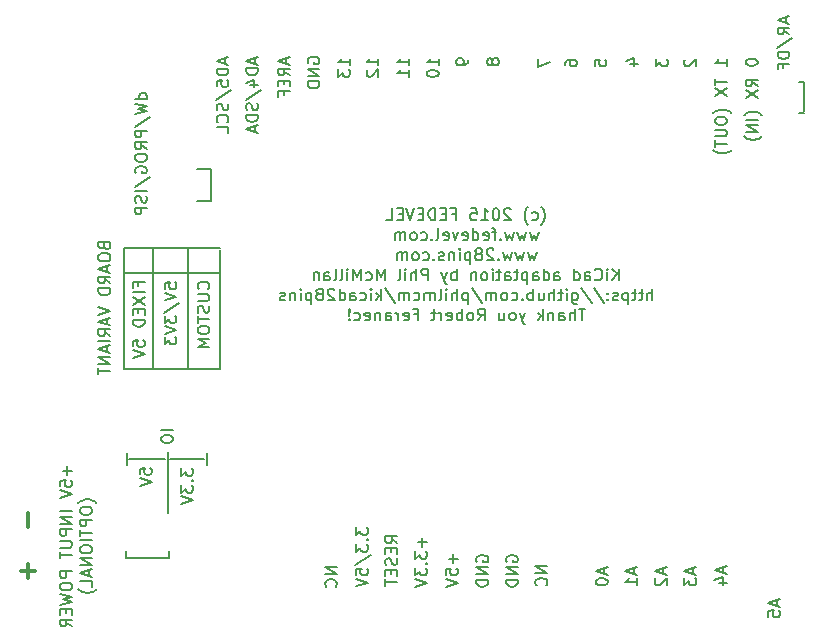
<source format=gbo>
G04 #@! TF.GenerationSoftware,KiCad,Pcbnew,(5.0.0-3-g5ebb6b6)*
G04 #@! TF.CreationDate,2018-09-25T22:11:26+10:00*
G04 #@! TF.ProjectId,arduinouno,61726475696E6F756E6F2E6B69636164,rev?*
G04 #@! TF.SameCoordinates,Original*
G04 #@! TF.FileFunction,Legend,Bot*
G04 #@! TF.FilePolarity,Positive*
%FSLAX46Y46*%
G04 Gerber Fmt 4.6, Leading zero omitted, Abs format (unit mm)*
G04 Created by KiCad (PCBNEW (5.0.0-3-g5ebb6b6)) date Tuesday, 25 September 2018 at 10:11:26 PM*
%MOMM*%
%LPD*%
G01*
G04 APERTURE LIST*
%ADD10C,0.300000*%
%ADD11C,0.200000*%
G04 APERTURE END LIST*
D10*
X103907142Y-93628571D02*
X103907142Y-94771428D01*
X104471428Y-98507142D02*
X103328571Y-98507142D01*
X103900000Y-99078571D02*
X103900000Y-97935714D01*
D11*
X110328571Y-71009523D02*
X110376190Y-71152380D01*
X110423809Y-71200000D01*
X110519047Y-71247619D01*
X110661904Y-71247619D01*
X110757142Y-71200000D01*
X110804761Y-71152380D01*
X110852380Y-71057142D01*
X110852380Y-70676190D01*
X109852380Y-70676190D01*
X109852380Y-71009523D01*
X109900000Y-71104761D01*
X109947619Y-71152380D01*
X110042857Y-71200000D01*
X110138095Y-71200000D01*
X110233333Y-71152380D01*
X110280952Y-71104761D01*
X110328571Y-71009523D01*
X110328571Y-70676190D01*
X109852380Y-71866666D02*
X109852380Y-72057142D01*
X109900000Y-72152380D01*
X109995238Y-72247619D01*
X110185714Y-72295238D01*
X110519047Y-72295238D01*
X110709523Y-72247619D01*
X110804761Y-72152380D01*
X110852380Y-72057142D01*
X110852380Y-71866666D01*
X110804761Y-71771428D01*
X110709523Y-71676190D01*
X110519047Y-71628571D01*
X110185714Y-71628571D01*
X109995238Y-71676190D01*
X109900000Y-71771428D01*
X109852380Y-71866666D01*
X110566666Y-72676190D02*
X110566666Y-73152380D01*
X110852380Y-72580952D02*
X109852380Y-72914285D01*
X110852380Y-73247619D01*
X110852380Y-74152380D02*
X110376190Y-73819047D01*
X110852380Y-73580952D02*
X109852380Y-73580952D01*
X109852380Y-73961904D01*
X109900000Y-74057142D01*
X109947619Y-74104761D01*
X110042857Y-74152380D01*
X110185714Y-74152380D01*
X110280952Y-74104761D01*
X110328571Y-74057142D01*
X110376190Y-73961904D01*
X110376190Y-73580952D01*
X110852380Y-74580952D02*
X109852380Y-74580952D01*
X109852380Y-74819047D01*
X109900000Y-74961904D01*
X109995238Y-75057142D01*
X110090476Y-75104761D01*
X110280952Y-75152380D01*
X110423809Y-75152380D01*
X110614285Y-75104761D01*
X110709523Y-75057142D01*
X110804761Y-74961904D01*
X110852380Y-74819047D01*
X110852380Y-74580952D01*
X109852380Y-76200000D02*
X110852380Y-76533333D01*
X109852380Y-76866666D01*
X110566666Y-77152380D02*
X110566666Y-77628571D01*
X110852380Y-77057142D02*
X109852380Y-77390476D01*
X110852380Y-77723809D01*
X110852380Y-78628571D02*
X110376190Y-78295238D01*
X110852380Y-78057142D02*
X109852380Y-78057142D01*
X109852380Y-78438095D01*
X109900000Y-78533333D01*
X109947619Y-78580952D01*
X110042857Y-78628571D01*
X110185714Y-78628571D01*
X110280952Y-78580952D01*
X110328571Y-78533333D01*
X110376190Y-78438095D01*
X110376190Y-78057142D01*
X110852380Y-79057142D02*
X109852380Y-79057142D01*
X110566666Y-79485714D02*
X110566666Y-79961904D01*
X110852380Y-79390476D02*
X109852380Y-79723809D01*
X110852380Y-80057142D01*
X110852380Y-80390476D02*
X109852380Y-80390476D01*
X110852380Y-80961904D01*
X109852380Y-80961904D01*
X109852380Y-81295238D02*
X109852380Y-81866666D01*
X110852380Y-81580952D02*
X109852380Y-81580952D01*
X117400000Y-71200000D02*
X117400000Y-81300000D01*
X114500000Y-71200000D02*
X114500000Y-81400000D01*
X120100000Y-73300000D02*
X112000000Y-73300000D01*
X120100000Y-71200000D02*
X112000000Y-71200000D01*
X112000000Y-81400000D02*
X112000000Y-71200000D01*
X120100000Y-81400000D02*
X112000000Y-81400000D01*
X120100000Y-71300000D02*
X120100000Y-81400000D01*
X119157142Y-74633333D02*
X119204761Y-74585714D01*
X119252380Y-74442857D01*
X119252380Y-74347619D01*
X119204761Y-74204761D01*
X119109523Y-74109523D01*
X119014285Y-74061904D01*
X118823809Y-74014285D01*
X118680952Y-74014285D01*
X118490476Y-74061904D01*
X118395238Y-74109523D01*
X118300000Y-74204761D01*
X118252380Y-74347619D01*
X118252380Y-74442857D01*
X118300000Y-74585714D01*
X118347619Y-74633333D01*
X118252380Y-75061904D02*
X119061904Y-75061904D01*
X119157142Y-75109523D01*
X119204761Y-75157142D01*
X119252380Y-75252380D01*
X119252380Y-75442857D01*
X119204761Y-75538095D01*
X119157142Y-75585714D01*
X119061904Y-75633333D01*
X118252380Y-75633333D01*
X119204761Y-76061904D02*
X119252380Y-76204761D01*
X119252380Y-76442857D01*
X119204761Y-76538095D01*
X119157142Y-76585714D01*
X119061904Y-76633333D01*
X118966666Y-76633333D01*
X118871428Y-76585714D01*
X118823809Y-76538095D01*
X118776190Y-76442857D01*
X118728571Y-76252380D01*
X118680952Y-76157142D01*
X118633333Y-76109523D01*
X118538095Y-76061904D01*
X118442857Y-76061904D01*
X118347619Y-76109523D01*
X118300000Y-76157142D01*
X118252380Y-76252380D01*
X118252380Y-76490476D01*
X118300000Y-76633333D01*
X118252380Y-76919047D02*
X118252380Y-77490476D01*
X119252380Y-77204761D02*
X118252380Y-77204761D01*
X118252380Y-78014285D02*
X118252380Y-78204761D01*
X118300000Y-78300000D01*
X118395238Y-78395238D01*
X118585714Y-78442857D01*
X118919047Y-78442857D01*
X119109523Y-78395238D01*
X119204761Y-78300000D01*
X119252380Y-78204761D01*
X119252380Y-78014285D01*
X119204761Y-77919047D01*
X119109523Y-77823809D01*
X118919047Y-77776190D01*
X118585714Y-77776190D01*
X118395238Y-77823809D01*
X118300000Y-77919047D01*
X118252380Y-78014285D01*
X119252380Y-78871428D02*
X118252380Y-78871428D01*
X118966666Y-79204761D01*
X118252380Y-79538095D01*
X119252380Y-79538095D01*
X115452380Y-74604761D02*
X115452380Y-74128571D01*
X115928571Y-74080952D01*
X115880952Y-74128571D01*
X115833333Y-74223809D01*
X115833333Y-74461904D01*
X115880952Y-74557142D01*
X115928571Y-74604761D01*
X116023809Y-74652380D01*
X116261904Y-74652380D01*
X116357142Y-74604761D01*
X116404761Y-74557142D01*
X116452380Y-74461904D01*
X116452380Y-74223809D01*
X116404761Y-74128571D01*
X116357142Y-74080952D01*
X115452380Y-74938095D02*
X116452380Y-75271428D01*
X115452380Y-75604761D01*
X115404761Y-76652380D02*
X116690476Y-75795238D01*
X115452380Y-76890476D02*
X115452380Y-77509523D01*
X115833333Y-77176190D01*
X115833333Y-77319047D01*
X115880952Y-77414285D01*
X115928571Y-77461904D01*
X116023809Y-77509523D01*
X116261904Y-77509523D01*
X116357142Y-77461904D01*
X116404761Y-77414285D01*
X116452380Y-77319047D01*
X116452380Y-77033333D01*
X116404761Y-76938095D01*
X116357142Y-76890476D01*
X115452380Y-77795238D02*
X116452380Y-78128571D01*
X115452380Y-78461904D01*
X115452380Y-78700000D02*
X115452380Y-79319047D01*
X115833333Y-78985714D01*
X115833333Y-79128571D01*
X115880952Y-79223809D01*
X115928571Y-79271428D01*
X116023809Y-79319047D01*
X116261904Y-79319047D01*
X116357142Y-79271428D01*
X116404761Y-79223809D01*
X116452380Y-79128571D01*
X116452380Y-78842857D01*
X116404761Y-78747619D01*
X116357142Y-78700000D01*
X113228571Y-74390476D02*
X113228571Y-74057142D01*
X113752380Y-74057142D02*
X112752380Y-74057142D01*
X112752380Y-74533333D01*
X113752380Y-74914285D02*
X112752380Y-74914285D01*
X112752380Y-75295238D02*
X113752380Y-75961904D01*
X112752380Y-75961904D02*
X113752380Y-75295238D01*
X113228571Y-76342857D02*
X113228571Y-76676190D01*
X113752380Y-76819047D02*
X113752380Y-76342857D01*
X112752380Y-76342857D01*
X112752380Y-76819047D01*
X113752380Y-77247619D02*
X112752380Y-77247619D01*
X112752380Y-77485714D01*
X112800000Y-77628571D01*
X112895238Y-77723809D01*
X112990476Y-77771428D01*
X113180952Y-77819047D01*
X113323809Y-77819047D01*
X113514285Y-77771428D01*
X113609523Y-77723809D01*
X113704761Y-77628571D01*
X113752380Y-77485714D01*
X113752380Y-77247619D01*
X112752380Y-79485714D02*
X112752380Y-79009523D01*
X113228571Y-78961904D01*
X113180952Y-79009523D01*
X113133333Y-79104761D01*
X113133333Y-79342857D01*
X113180952Y-79438095D01*
X113228571Y-79485714D01*
X113323809Y-79533333D01*
X113561904Y-79533333D01*
X113657142Y-79485714D01*
X113704761Y-79438095D01*
X113752380Y-79342857D01*
X113752380Y-79104761D01*
X113704761Y-79009523D01*
X113657142Y-78961904D01*
X112752380Y-79819047D02*
X113752380Y-80152380D01*
X112752380Y-80485714D01*
X169600000Y-59700000D02*
X169200000Y-59700000D01*
X169600000Y-57100000D02*
X169600000Y-59600000D01*
X169200000Y-57100000D02*
X169600000Y-57100000D01*
X147357142Y-69183333D02*
X147404761Y-69135714D01*
X147500000Y-68992857D01*
X147547619Y-68897619D01*
X147595238Y-68754761D01*
X147642857Y-68516666D01*
X147642857Y-68326190D01*
X147595238Y-68088095D01*
X147547619Y-67945238D01*
X147500000Y-67850000D01*
X147404761Y-67707142D01*
X147357142Y-67659523D01*
X146547619Y-68754761D02*
X146642857Y-68802380D01*
X146833333Y-68802380D01*
X146928571Y-68754761D01*
X146976190Y-68707142D01*
X147023809Y-68611904D01*
X147023809Y-68326190D01*
X146976190Y-68230952D01*
X146928571Y-68183333D01*
X146833333Y-68135714D01*
X146642857Y-68135714D01*
X146547619Y-68183333D01*
X146214285Y-69183333D02*
X146166666Y-69135714D01*
X146071428Y-68992857D01*
X146023809Y-68897619D01*
X145976190Y-68754761D01*
X145928571Y-68516666D01*
X145928571Y-68326190D01*
X145976190Y-68088095D01*
X146023809Y-67945238D01*
X146071428Y-67850000D01*
X146166666Y-67707142D01*
X146214285Y-67659523D01*
X144738095Y-67897619D02*
X144690476Y-67850000D01*
X144595238Y-67802380D01*
X144357142Y-67802380D01*
X144261904Y-67850000D01*
X144214285Y-67897619D01*
X144166666Y-67992857D01*
X144166666Y-68088095D01*
X144214285Y-68230952D01*
X144785714Y-68802380D01*
X144166666Y-68802380D01*
X143547619Y-67802380D02*
X143452380Y-67802380D01*
X143357142Y-67850000D01*
X143309523Y-67897619D01*
X143261904Y-67992857D01*
X143214285Y-68183333D01*
X143214285Y-68421428D01*
X143261904Y-68611904D01*
X143309523Y-68707142D01*
X143357142Y-68754761D01*
X143452380Y-68802380D01*
X143547619Y-68802380D01*
X143642857Y-68754761D01*
X143690476Y-68707142D01*
X143738095Y-68611904D01*
X143785714Y-68421428D01*
X143785714Y-68183333D01*
X143738095Y-67992857D01*
X143690476Y-67897619D01*
X143642857Y-67850000D01*
X143547619Y-67802380D01*
X142261904Y-68802380D02*
X142833333Y-68802380D01*
X142547619Y-68802380D02*
X142547619Y-67802380D01*
X142642857Y-67945238D01*
X142738095Y-68040476D01*
X142833333Y-68088095D01*
X141357142Y-67802380D02*
X141833333Y-67802380D01*
X141880952Y-68278571D01*
X141833333Y-68230952D01*
X141738095Y-68183333D01*
X141500000Y-68183333D01*
X141404761Y-68230952D01*
X141357142Y-68278571D01*
X141309523Y-68373809D01*
X141309523Y-68611904D01*
X141357142Y-68707142D01*
X141404761Y-68754761D01*
X141500000Y-68802380D01*
X141738095Y-68802380D01*
X141833333Y-68754761D01*
X141880952Y-68707142D01*
X139785714Y-68278571D02*
X140119047Y-68278571D01*
X140119047Y-68802380D02*
X140119047Y-67802380D01*
X139642857Y-67802380D01*
X139261904Y-68278571D02*
X138928571Y-68278571D01*
X138785714Y-68802380D02*
X139261904Y-68802380D01*
X139261904Y-67802380D01*
X138785714Y-67802380D01*
X138357142Y-68802380D02*
X138357142Y-67802380D01*
X138119047Y-67802380D01*
X137976190Y-67850000D01*
X137880952Y-67945238D01*
X137833333Y-68040476D01*
X137785714Y-68230952D01*
X137785714Y-68373809D01*
X137833333Y-68564285D01*
X137880952Y-68659523D01*
X137976190Y-68754761D01*
X138119047Y-68802380D01*
X138357142Y-68802380D01*
X137357142Y-68278571D02*
X137023809Y-68278571D01*
X136880952Y-68802380D02*
X137357142Y-68802380D01*
X137357142Y-67802380D01*
X136880952Y-67802380D01*
X136595238Y-67802380D02*
X136261904Y-68802380D01*
X135928571Y-67802380D01*
X135595238Y-68278571D02*
X135261904Y-68278571D01*
X135119047Y-68802380D02*
X135595238Y-68802380D01*
X135595238Y-67802380D01*
X135119047Y-67802380D01*
X134214285Y-68802380D02*
X134690476Y-68802380D01*
X134690476Y-67802380D01*
X147119047Y-69835714D02*
X146928571Y-70502380D01*
X146738095Y-70026190D01*
X146547619Y-70502380D01*
X146357142Y-69835714D01*
X146071428Y-69835714D02*
X145880952Y-70502380D01*
X145690476Y-70026190D01*
X145500000Y-70502380D01*
X145309523Y-69835714D01*
X145023809Y-69835714D02*
X144833333Y-70502380D01*
X144642857Y-70026190D01*
X144452380Y-70502380D01*
X144261904Y-69835714D01*
X143880952Y-70407142D02*
X143833333Y-70454761D01*
X143880952Y-70502380D01*
X143928571Y-70454761D01*
X143880952Y-70407142D01*
X143880952Y-70502380D01*
X143547619Y-69835714D02*
X143166666Y-69835714D01*
X143404761Y-70502380D02*
X143404761Y-69645238D01*
X143357142Y-69550000D01*
X143261904Y-69502380D01*
X143166666Y-69502380D01*
X142452380Y-70454761D02*
X142547619Y-70502380D01*
X142738095Y-70502380D01*
X142833333Y-70454761D01*
X142880952Y-70359523D01*
X142880952Y-69978571D01*
X142833333Y-69883333D01*
X142738095Y-69835714D01*
X142547619Y-69835714D01*
X142452380Y-69883333D01*
X142404761Y-69978571D01*
X142404761Y-70073809D01*
X142880952Y-70169047D01*
X141547619Y-70502380D02*
X141547619Y-69502380D01*
X141547619Y-70454761D02*
X141642857Y-70502380D01*
X141833333Y-70502380D01*
X141928571Y-70454761D01*
X141976190Y-70407142D01*
X142023809Y-70311904D01*
X142023809Y-70026190D01*
X141976190Y-69930952D01*
X141928571Y-69883333D01*
X141833333Y-69835714D01*
X141642857Y-69835714D01*
X141547619Y-69883333D01*
X140690476Y-70454761D02*
X140785714Y-70502380D01*
X140976190Y-70502380D01*
X141071428Y-70454761D01*
X141119047Y-70359523D01*
X141119047Y-69978571D01*
X141071428Y-69883333D01*
X140976190Y-69835714D01*
X140785714Y-69835714D01*
X140690476Y-69883333D01*
X140642857Y-69978571D01*
X140642857Y-70073809D01*
X141119047Y-70169047D01*
X140309523Y-69835714D02*
X140071428Y-70502380D01*
X139833333Y-69835714D01*
X139071428Y-70454761D02*
X139166666Y-70502380D01*
X139357142Y-70502380D01*
X139452380Y-70454761D01*
X139500000Y-70359523D01*
X139500000Y-69978571D01*
X139452380Y-69883333D01*
X139357142Y-69835714D01*
X139166666Y-69835714D01*
X139071428Y-69883333D01*
X139023809Y-69978571D01*
X139023809Y-70073809D01*
X139500000Y-70169047D01*
X138452380Y-70502380D02*
X138547619Y-70454761D01*
X138595238Y-70359523D01*
X138595238Y-69502380D01*
X138071428Y-70407142D02*
X138023809Y-70454761D01*
X138071428Y-70502380D01*
X138119047Y-70454761D01*
X138071428Y-70407142D01*
X138071428Y-70502380D01*
X137166666Y-70454761D02*
X137261904Y-70502380D01*
X137452380Y-70502380D01*
X137547619Y-70454761D01*
X137595238Y-70407142D01*
X137642857Y-70311904D01*
X137642857Y-70026190D01*
X137595238Y-69930952D01*
X137547619Y-69883333D01*
X137452380Y-69835714D01*
X137261904Y-69835714D01*
X137166666Y-69883333D01*
X136595238Y-70502380D02*
X136690476Y-70454761D01*
X136738095Y-70407142D01*
X136785714Y-70311904D01*
X136785714Y-70026190D01*
X136738095Y-69930952D01*
X136690476Y-69883333D01*
X136595238Y-69835714D01*
X136452380Y-69835714D01*
X136357142Y-69883333D01*
X136309523Y-69930952D01*
X136261904Y-70026190D01*
X136261904Y-70311904D01*
X136309523Y-70407142D01*
X136357142Y-70454761D01*
X136452380Y-70502380D01*
X136595238Y-70502380D01*
X135833333Y-70502380D02*
X135833333Y-69835714D01*
X135833333Y-69930952D02*
X135785714Y-69883333D01*
X135690476Y-69835714D01*
X135547619Y-69835714D01*
X135452380Y-69883333D01*
X135404761Y-69978571D01*
X135404761Y-70502380D01*
X135404761Y-69978571D02*
X135357142Y-69883333D01*
X135261904Y-69835714D01*
X135119047Y-69835714D01*
X135023809Y-69883333D01*
X134976190Y-69978571D01*
X134976190Y-70502380D01*
X146952380Y-71535714D02*
X146761904Y-72202380D01*
X146571428Y-71726190D01*
X146380952Y-72202380D01*
X146190476Y-71535714D01*
X145904761Y-71535714D02*
X145714285Y-72202380D01*
X145523809Y-71726190D01*
X145333333Y-72202380D01*
X145142857Y-71535714D01*
X144857142Y-71535714D02*
X144666666Y-72202380D01*
X144476190Y-71726190D01*
X144285714Y-72202380D01*
X144095238Y-71535714D01*
X143714285Y-72107142D02*
X143666666Y-72154761D01*
X143714285Y-72202380D01*
X143761904Y-72154761D01*
X143714285Y-72107142D01*
X143714285Y-72202380D01*
X143285714Y-71297619D02*
X143238095Y-71250000D01*
X143142857Y-71202380D01*
X142904761Y-71202380D01*
X142809523Y-71250000D01*
X142761904Y-71297619D01*
X142714285Y-71392857D01*
X142714285Y-71488095D01*
X142761904Y-71630952D01*
X143333333Y-72202380D01*
X142714285Y-72202380D01*
X142142857Y-71630952D02*
X142238095Y-71583333D01*
X142285714Y-71535714D01*
X142333333Y-71440476D01*
X142333333Y-71392857D01*
X142285714Y-71297619D01*
X142238095Y-71250000D01*
X142142857Y-71202380D01*
X141952380Y-71202380D01*
X141857142Y-71250000D01*
X141809523Y-71297619D01*
X141761904Y-71392857D01*
X141761904Y-71440476D01*
X141809523Y-71535714D01*
X141857142Y-71583333D01*
X141952380Y-71630952D01*
X142142857Y-71630952D01*
X142238095Y-71678571D01*
X142285714Y-71726190D01*
X142333333Y-71821428D01*
X142333333Y-72011904D01*
X142285714Y-72107142D01*
X142238095Y-72154761D01*
X142142857Y-72202380D01*
X141952380Y-72202380D01*
X141857142Y-72154761D01*
X141809523Y-72107142D01*
X141761904Y-72011904D01*
X141761904Y-71821428D01*
X141809523Y-71726190D01*
X141857142Y-71678571D01*
X141952380Y-71630952D01*
X141333333Y-71535714D02*
X141333333Y-72535714D01*
X141333333Y-71583333D02*
X141238095Y-71535714D01*
X141047619Y-71535714D01*
X140952380Y-71583333D01*
X140904761Y-71630952D01*
X140857142Y-71726190D01*
X140857142Y-72011904D01*
X140904761Y-72107142D01*
X140952380Y-72154761D01*
X141047619Y-72202380D01*
X141238095Y-72202380D01*
X141333333Y-72154761D01*
X140428571Y-72202380D02*
X140428571Y-71535714D01*
X140428571Y-71202380D02*
X140476190Y-71250000D01*
X140428571Y-71297619D01*
X140380952Y-71250000D01*
X140428571Y-71202380D01*
X140428571Y-71297619D01*
X139952380Y-71535714D02*
X139952380Y-72202380D01*
X139952380Y-71630952D02*
X139904761Y-71583333D01*
X139809523Y-71535714D01*
X139666666Y-71535714D01*
X139571428Y-71583333D01*
X139523809Y-71678571D01*
X139523809Y-72202380D01*
X139095238Y-72154761D02*
X139000000Y-72202380D01*
X138809523Y-72202380D01*
X138714285Y-72154761D01*
X138666666Y-72059523D01*
X138666666Y-72011904D01*
X138714285Y-71916666D01*
X138809523Y-71869047D01*
X138952380Y-71869047D01*
X139047619Y-71821428D01*
X139095238Y-71726190D01*
X139095238Y-71678571D01*
X139047619Y-71583333D01*
X138952380Y-71535714D01*
X138809523Y-71535714D01*
X138714285Y-71583333D01*
X138238095Y-72107142D02*
X138190476Y-72154761D01*
X138238095Y-72202380D01*
X138285714Y-72154761D01*
X138238095Y-72107142D01*
X138238095Y-72202380D01*
X137333333Y-72154761D02*
X137428571Y-72202380D01*
X137619047Y-72202380D01*
X137714285Y-72154761D01*
X137761904Y-72107142D01*
X137809523Y-72011904D01*
X137809523Y-71726190D01*
X137761904Y-71630952D01*
X137714285Y-71583333D01*
X137619047Y-71535714D01*
X137428571Y-71535714D01*
X137333333Y-71583333D01*
X136761904Y-72202380D02*
X136857142Y-72154761D01*
X136904761Y-72107142D01*
X136952380Y-72011904D01*
X136952380Y-71726190D01*
X136904761Y-71630952D01*
X136857142Y-71583333D01*
X136761904Y-71535714D01*
X136619047Y-71535714D01*
X136523809Y-71583333D01*
X136476190Y-71630952D01*
X136428571Y-71726190D01*
X136428571Y-72011904D01*
X136476190Y-72107142D01*
X136523809Y-72154761D01*
X136619047Y-72202380D01*
X136761904Y-72202380D01*
X136000000Y-72202380D02*
X136000000Y-71535714D01*
X136000000Y-71630952D02*
X135952380Y-71583333D01*
X135857142Y-71535714D01*
X135714285Y-71535714D01*
X135619047Y-71583333D01*
X135571428Y-71678571D01*
X135571428Y-72202380D01*
X135571428Y-71678571D02*
X135523809Y-71583333D01*
X135428571Y-71535714D01*
X135285714Y-71535714D01*
X135190476Y-71583333D01*
X135142857Y-71678571D01*
X135142857Y-72202380D01*
X153928571Y-73902380D02*
X153928571Y-72902380D01*
X153357142Y-73902380D02*
X153785714Y-73330952D01*
X153357142Y-72902380D02*
X153928571Y-73473809D01*
X152928571Y-73902380D02*
X152928571Y-73235714D01*
X152928571Y-72902380D02*
X152976190Y-72950000D01*
X152928571Y-72997619D01*
X152880952Y-72950000D01*
X152928571Y-72902380D01*
X152928571Y-72997619D01*
X151880952Y-73807142D02*
X151928571Y-73854761D01*
X152071428Y-73902380D01*
X152166666Y-73902380D01*
X152309523Y-73854761D01*
X152404761Y-73759523D01*
X152452380Y-73664285D01*
X152500000Y-73473809D01*
X152500000Y-73330952D01*
X152452380Y-73140476D01*
X152404761Y-73045238D01*
X152309523Y-72950000D01*
X152166666Y-72902380D01*
X152071428Y-72902380D01*
X151928571Y-72950000D01*
X151880952Y-72997619D01*
X151023809Y-73902380D02*
X151023809Y-73378571D01*
X151071428Y-73283333D01*
X151166666Y-73235714D01*
X151357142Y-73235714D01*
X151452380Y-73283333D01*
X151023809Y-73854761D02*
X151119047Y-73902380D01*
X151357142Y-73902380D01*
X151452380Y-73854761D01*
X151500000Y-73759523D01*
X151500000Y-73664285D01*
X151452380Y-73569047D01*
X151357142Y-73521428D01*
X151119047Y-73521428D01*
X151023809Y-73473809D01*
X150119047Y-73902380D02*
X150119047Y-72902380D01*
X150119047Y-73854761D02*
X150214285Y-73902380D01*
X150404761Y-73902380D01*
X150500000Y-73854761D01*
X150547619Y-73807142D01*
X150595238Y-73711904D01*
X150595238Y-73426190D01*
X150547619Y-73330952D01*
X150500000Y-73283333D01*
X150404761Y-73235714D01*
X150214285Y-73235714D01*
X150119047Y-73283333D01*
X148452380Y-73902380D02*
X148452380Y-73378571D01*
X148500000Y-73283333D01*
X148595238Y-73235714D01*
X148785714Y-73235714D01*
X148880952Y-73283333D01*
X148452380Y-73854761D02*
X148547619Y-73902380D01*
X148785714Y-73902380D01*
X148880952Y-73854761D01*
X148928571Y-73759523D01*
X148928571Y-73664285D01*
X148880952Y-73569047D01*
X148785714Y-73521428D01*
X148547619Y-73521428D01*
X148452380Y-73473809D01*
X147547619Y-73902380D02*
X147547619Y-72902380D01*
X147547619Y-73854761D02*
X147642857Y-73902380D01*
X147833333Y-73902380D01*
X147928571Y-73854761D01*
X147976190Y-73807142D01*
X148023809Y-73711904D01*
X148023809Y-73426190D01*
X147976190Y-73330952D01*
X147928571Y-73283333D01*
X147833333Y-73235714D01*
X147642857Y-73235714D01*
X147547619Y-73283333D01*
X146642857Y-73902380D02*
X146642857Y-73378571D01*
X146690476Y-73283333D01*
X146785714Y-73235714D01*
X146976190Y-73235714D01*
X147071428Y-73283333D01*
X146642857Y-73854761D02*
X146738095Y-73902380D01*
X146976190Y-73902380D01*
X147071428Y-73854761D01*
X147119047Y-73759523D01*
X147119047Y-73664285D01*
X147071428Y-73569047D01*
X146976190Y-73521428D01*
X146738095Y-73521428D01*
X146642857Y-73473809D01*
X146166666Y-73235714D02*
X146166666Y-74235714D01*
X146166666Y-73283333D02*
X146071428Y-73235714D01*
X145880952Y-73235714D01*
X145785714Y-73283333D01*
X145738095Y-73330952D01*
X145690476Y-73426190D01*
X145690476Y-73711904D01*
X145738095Y-73807142D01*
X145785714Y-73854761D01*
X145880952Y-73902380D01*
X146071428Y-73902380D01*
X146166666Y-73854761D01*
X145404761Y-73235714D02*
X145023809Y-73235714D01*
X145261904Y-72902380D02*
X145261904Y-73759523D01*
X145214285Y-73854761D01*
X145119047Y-73902380D01*
X145023809Y-73902380D01*
X144261904Y-73902380D02*
X144261904Y-73378571D01*
X144309523Y-73283333D01*
X144404761Y-73235714D01*
X144595238Y-73235714D01*
X144690476Y-73283333D01*
X144261904Y-73854761D02*
X144357142Y-73902380D01*
X144595238Y-73902380D01*
X144690476Y-73854761D01*
X144738095Y-73759523D01*
X144738095Y-73664285D01*
X144690476Y-73569047D01*
X144595238Y-73521428D01*
X144357142Y-73521428D01*
X144261904Y-73473809D01*
X143928571Y-73235714D02*
X143547619Y-73235714D01*
X143785714Y-72902380D02*
X143785714Y-73759523D01*
X143738095Y-73854761D01*
X143642857Y-73902380D01*
X143547619Y-73902380D01*
X143214285Y-73902380D02*
X143214285Y-73235714D01*
X143214285Y-72902380D02*
X143261904Y-72950000D01*
X143214285Y-72997619D01*
X143166666Y-72950000D01*
X143214285Y-72902380D01*
X143214285Y-72997619D01*
X142595238Y-73902380D02*
X142690476Y-73854761D01*
X142738095Y-73807142D01*
X142785714Y-73711904D01*
X142785714Y-73426190D01*
X142738095Y-73330952D01*
X142690476Y-73283333D01*
X142595238Y-73235714D01*
X142452380Y-73235714D01*
X142357142Y-73283333D01*
X142309523Y-73330952D01*
X142261904Y-73426190D01*
X142261904Y-73711904D01*
X142309523Y-73807142D01*
X142357142Y-73854761D01*
X142452380Y-73902380D01*
X142595238Y-73902380D01*
X141833333Y-73235714D02*
X141833333Y-73902380D01*
X141833333Y-73330952D02*
X141785714Y-73283333D01*
X141690476Y-73235714D01*
X141547619Y-73235714D01*
X141452380Y-73283333D01*
X141404761Y-73378571D01*
X141404761Y-73902380D01*
X140166666Y-73902380D02*
X140166666Y-72902380D01*
X140166666Y-73283333D02*
X140071428Y-73235714D01*
X139880952Y-73235714D01*
X139785714Y-73283333D01*
X139738095Y-73330952D01*
X139690476Y-73426190D01*
X139690476Y-73711904D01*
X139738095Y-73807142D01*
X139785714Y-73854761D01*
X139880952Y-73902380D01*
X140071428Y-73902380D01*
X140166666Y-73854761D01*
X139357142Y-73235714D02*
X139119047Y-73902380D01*
X138880952Y-73235714D02*
X139119047Y-73902380D01*
X139214285Y-74140476D01*
X139261904Y-74188095D01*
X139357142Y-74235714D01*
X137738095Y-73902380D02*
X137738095Y-72902380D01*
X137357142Y-72902380D01*
X137261904Y-72950000D01*
X137214285Y-72997619D01*
X137166666Y-73092857D01*
X137166666Y-73235714D01*
X137214285Y-73330952D01*
X137261904Y-73378571D01*
X137357142Y-73426190D01*
X137738095Y-73426190D01*
X136738095Y-73902380D02*
X136738095Y-72902380D01*
X136309523Y-73902380D02*
X136309523Y-73378571D01*
X136357142Y-73283333D01*
X136452380Y-73235714D01*
X136595238Y-73235714D01*
X136690476Y-73283333D01*
X136738095Y-73330952D01*
X135833333Y-73902380D02*
X135833333Y-73235714D01*
X135833333Y-72902380D02*
X135880952Y-72950000D01*
X135833333Y-72997619D01*
X135785714Y-72950000D01*
X135833333Y-72902380D01*
X135833333Y-72997619D01*
X135214285Y-73902380D02*
X135309523Y-73854761D01*
X135357142Y-73759523D01*
X135357142Y-72902380D01*
X134071428Y-73902380D02*
X134071428Y-72902380D01*
X133738095Y-73616666D01*
X133404761Y-72902380D01*
X133404761Y-73902380D01*
X132500000Y-73854761D02*
X132595238Y-73902380D01*
X132785714Y-73902380D01*
X132880952Y-73854761D01*
X132928571Y-73807142D01*
X132976190Y-73711904D01*
X132976190Y-73426190D01*
X132928571Y-73330952D01*
X132880952Y-73283333D01*
X132785714Y-73235714D01*
X132595238Y-73235714D01*
X132500000Y-73283333D01*
X132071428Y-73902380D02*
X132071428Y-72902380D01*
X131738095Y-73616666D01*
X131404761Y-72902380D01*
X131404761Y-73902380D01*
X130928571Y-73902380D02*
X130928571Y-73235714D01*
X130928571Y-72902380D02*
X130976190Y-72950000D01*
X130928571Y-72997619D01*
X130880952Y-72950000D01*
X130928571Y-72902380D01*
X130928571Y-72997619D01*
X130309523Y-73902380D02*
X130404761Y-73854761D01*
X130452380Y-73759523D01*
X130452380Y-72902380D01*
X129785714Y-73902380D02*
X129880952Y-73854761D01*
X129928571Y-73759523D01*
X129928571Y-72902380D01*
X128976190Y-73902380D02*
X128976190Y-73378571D01*
X129023809Y-73283333D01*
X129119047Y-73235714D01*
X129309523Y-73235714D01*
X129404761Y-73283333D01*
X128976190Y-73854761D02*
X129071428Y-73902380D01*
X129309523Y-73902380D01*
X129404761Y-73854761D01*
X129452380Y-73759523D01*
X129452380Y-73664285D01*
X129404761Y-73569047D01*
X129309523Y-73521428D01*
X129071428Y-73521428D01*
X128976190Y-73473809D01*
X128500000Y-73235714D02*
X128500000Y-73902380D01*
X128500000Y-73330952D02*
X128452380Y-73283333D01*
X128357142Y-73235714D01*
X128214285Y-73235714D01*
X128119047Y-73283333D01*
X128071428Y-73378571D01*
X128071428Y-73902380D01*
X156738095Y-75602380D02*
X156738095Y-74602380D01*
X156309523Y-75602380D02*
X156309523Y-75078571D01*
X156357142Y-74983333D01*
X156452380Y-74935714D01*
X156595238Y-74935714D01*
X156690476Y-74983333D01*
X156738095Y-75030952D01*
X155976190Y-74935714D02*
X155595238Y-74935714D01*
X155833333Y-74602380D02*
X155833333Y-75459523D01*
X155785714Y-75554761D01*
X155690476Y-75602380D01*
X155595238Y-75602380D01*
X155404761Y-74935714D02*
X155023809Y-74935714D01*
X155261904Y-74602380D02*
X155261904Y-75459523D01*
X155214285Y-75554761D01*
X155119047Y-75602380D01*
X155023809Y-75602380D01*
X154690476Y-74935714D02*
X154690476Y-75935714D01*
X154690476Y-74983333D02*
X154595238Y-74935714D01*
X154404761Y-74935714D01*
X154309523Y-74983333D01*
X154261904Y-75030952D01*
X154214285Y-75126190D01*
X154214285Y-75411904D01*
X154261904Y-75507142D01*
X154309523Y-75554761D01*
X154404761Y-75602380D01*
X154595238Y-75602380D01*
X154690476Y-75554761D01*
X153833333Y-75554761D02*
X153738095Y-75602380D01*
X153547619Y-75602380D01*
X153452380Y-75554761D01*
X153404761Y-75459523D01*
X153404761Y-75411904D01*
X153452380Y-75316666D01*
X153547619Y-75269047D01*
X153690476Y-75269047D01*
X153785714Y-75221428D01*
X153833333Y-75126190D01*
X153833333Y-75078571D01*
X153785714Y-74983333D01*
X153690476Y-74935714D01*
X153547619Y-74935714D01*
X153452380Y-74983333D01*
X152976190Y-75507142D02*
X152928571Y-75554761D01*
X152976190Y-75602380D01*
X153023809Y-75554761D01*
X152976190Y-75507142D01*
X152976190Y-75602380D01*
X152976190Y-74983333D02*
X152928571Y-75030952D01*
X152976190Y-75078571D01*
X153023809Y-75030952D01*
X152976190Y-74983333D01*
X152976190Y-75078571D01*
X151785714Y-74554761D02*
X152642857Y-75840476D01*
X150738095Y-74554761D02*
X151595238Y-75840476D01*
X149976190Y-74935714D02*
X149976190Y-75745238D01*
X150023809Y-75840476D01*
X150071428Y-75888095D01*
X150166666Y-75935714D01*
X150309523Y-75935714D01*
X150404761Y-75888095D01*
X149976190Y-75554761D02*
X150071428Y-75602380D01*
X150261904Y-75602380D01*
X150357142Y-75554761D01*
X150404761Y-75507142D01*
X150452380Y-75411904D01*
X150452380Y-75126190D01*
X150404761Y-75030952D01*
X150357142Y-74983333D01*
X150261904Y-74935714D01*
X150071428Y-74935714D01*
X149976190Y-74983333D01*
X149500000Y-75602380D02*
X149500000Y-74935714D01*
X149500000Y-74602380D02*
X149547619Y-74650000D01*
X149500000Y-74697619D01*
X149452380Y-74650000D01*
X149500000Y-74602380D01*
X149500000Y-74697619D01*
X149166666Y-74935714D02*
X148785714Y-74935714D01*
X149023809Y-74602380D02*
X149023809Y-75459523D01*
X148976190Y-75554761D01*
X148880952Y-75602380D01*
X148785714Y-75602380D01*
X148452380Y-75602380D02*
X148452380Y-74602380D01*
X148023809Y-75602380D02*
X148023809Y-75078571D01*
X148071428Y-74983333D01*
X148166666Y-74935714D01*
X148309523Y-74935714D01*
X148404761Y-74983333D01*
X148452380Y-75030952D01*
X147119047Y-74935714D02*
X147119047Y-75602380D01*
X147547619Y-74935714D02*
X147547619Y-75459523D01*
X147500000Y-75554761D01*
X147404761Y-75602380D01*
X147261904Y-75602380D01*
X147166666Y-75554761D01*
X147119047Y-75507142D01*
X146642857Y-75602380D02*
X146642857Y-74602380D01*
X146642857Y-74983333D02*
X146547619Y-74935714D01*
X146357142Y-74935714D01*
X146261904Y-74983333D01*
X146214285Y-75030952D01*
X146166666Y-75126190D01*
X146166666Y-75411904D01*
X146214285Y-75507142D01*
X146261904Y-75554761D01*
X146357142Y-75602380D01*
X146547619Y-75602380D01*
X146642857Y-75554761D01*
X145738095Y-75507142D02*
X145690476Y-75554761D01*
X145738095Y-75602380D01*
X145785714Y-75554761D01*
X145738095Y-75507142D01*
X145738095Y-75602380D01*
X144833333Y-75554761D02*
X144928571Y-75602380D01*
X145119047Y-75602380D01*
X145214285Y-75554761D01*
X145261904Y-75507142D01*
X145309523Y-75411904D01*
X145309523Y-75126190D01*
X145261904Y-75030952D01*
X145214285Y-74983333D01*
X145119047Y-74935714D01*
X144928571Y-74935714D01*
X144833333Y-74983333D01*
X144261904Y-75602380D02*
X144357142Y-75554761D01*
X144404761Y-75507142D01*
X144452380Y-75411904D01*
X144452380Y-75126190D01*
X144404761Y-75030952D01*
X144357142Y-74983333D01*
X144261904Y-74935714D01*
X144119047Y-74935714D01*
X144023809Y-74983333D01*
X143976190Y-75030952D01*
X143928571Y-75126190D01*
X143928571Y-75411904D01*
X143976190Y-75507142D01*
X144023809Y-75554761D01*
X144119047Y-75602380D01*
X144261904Y-75602380D01*
X143500000Y-75602380D02*
X143500000Y-74935714D01*
X143500000Y-75030952D02*
X143452380Y-74983333D01*
X143357142Y-74935714D01*
X143214285Y-74935714D01*
X143119047Y-74983333D01*
X143071428Y-75078571D01*
X143071428Y-75602380D01*
X143071428Y-75078571D02*
X143023809Y-74983333D01*
X142928571Y-74935714D01*
X142785714Y-74935714D01*
X142690476Y-74983333D01*
X142642857Y-75078571D01*
X142642857Y-75602380D01*
X141452380Y-74554761D02*
X142309523Y-75840476D01*
X141119047Y-74935714D02*
X141119047Y-75935714D01*
X141119047Y-74983333D02*
X141023809Y-74935714D01*
X140833333Y-74935714D01*
X140738095Y-74983333D01*
X140690476Y-75030952D01*
X140642857Y-75126190D01*
X140642857Y-75411904D01*
X140690476Y-75507142D01*
X140738095Y-75554761D01*
X140833333Y-75602380D01*
X141023809Y-75602380D01*
X141119047Y-75554761D01*
X140214285Y-75602380D02*
X140214285Y-74602380D01*
X139785714Y-75602380D02*
X139785714Y-75078571D01*
X139833333Y-74983333D01*
X139928571Y-74935714D01*
X140071428Y-74935714D01*
X140166666Y-74983333D01*
X140214285Y-75030952D01*
X139309523Y-75602380D02*
X139309523Y-74935714D01*
X139309523Y-74602380D02*
X139357142Y-74650000D01*
X139309523Y-74697619D01*
X139261904Y-74650000D01*
X139309523Y-74602380D01*
X139309523Y-74697619D01*
X138690476Y-75602380D02*
X138785714Y-75554761D01*
X138833333Y-75459523D01*
X138833333Y-74602380D01*
X138309523Y-75602380D02*
X138309523Y-74935714D01*
X138309523Y-75030952D02*
X138261904Y-74983333D01*
X138166666Y-74935714D01*
X138023809Y-74935714D01*
X137928571Y-74983333D01*
X137880952Y-75078571D01*
X137880952Y-75602380D01*
X137880952Y-75078571D02*
X137833333Y-74983333D01*
X137738095Y-74935714D01*
X137595238Y-74935714D01*
X137500000Y-74983333D01*
X137452380Y-75078571D01*
X137452380Y-75602380D01*
X136547619Y-75554761D02*
X136642857Y-75602380D01*
X136833333Y-75602380D01*
X136928571Y-75554761D01*
X136976190Y-75507142D01*
X137023809Y-75411904D01*
X137023809Y-75126190D01*
X136976190Y-75030952D01*
X136928571Y-74983333D01*
X136833333Y-74935714D01*
X136642857Y-74935714D01*
X136547619Y-74983333D01*
X136119047Y-75602380D02*
X136119047Y-74935714D01*
X136119047Y-75030952D02*
X136071428Y-74983333D01*
X135976190Y-74935714D01*
X135833333Y-74935714D01*
X135738095Y-74983333D01*
X135690476Y-75078571D01*
X135690476Y-75602380D01*
X135690476Y-75078571D02*
X135642857Y-74983333D01*
X135547619Y-74935714D01*
X135404761Y-74935714D01*
X135309523Y-74983333D01*
X135261904Y-75078571D01*
X135261904Y-75602380D01*
X134071428Y-74554761D02*
X134928571Y-75840476D01*
X133738095Y-75602380D02*
X133738095Y-74602380D01*
X133642857Y-75221428D02*
X133357142Y-75602380D01*
X133357142Y-74935714D02*
X133738095Y-75316666D01*
X132928571Y-75602380D02*
X132928571Y-74935714D01*
X132928571Y-74602380D02*
X132976190Y-74650000D01*
X132928571Y-74697619D01*
X132880952Y-74650000D01*
X132928571Y-74602380D01*
X132928571Y-74697619D01*
X132023809Y-75554761D02*
X132119047Y-75602380D01*
X132309523Y-75602380D01*
X132404761Y-75554761D01*
X132452380Y-75507142D01*
X132500000Y-75411904D01*
X132500000Y-75126190D01*
X132452380Y-75030952D01*
X132404761Y-74983333D01*
X132309523Y-74935714D01*
X132119047Y-74935714D01*
X132023809Y-74983333D01*
X131166666Y-75602380D02*
X131166666Y-75078571D01*
X131214285Y-74983333D01*
X131309523Y-74935714D01*
X131500000Y-74935714D01*
X131595238Y-74983333D01*
X131166666Y-75554761D02*
X131261904Y-75602380D01*
X131500000Y-75602380D01*
X131595238Y-75554761D01*
X131642857Y-75459523D01*
X131642857Y-75364285D01*
X131595238Y-75269047D01*
X131500000Y-75221428D01*
X131261904Y-75221428D01*
X131166666Y-75173809D01*
X130261904Y-75602380D02*
X130261904Y-74602380D01*
X130261904Y-75554761D02*
X130357142Y-75602380D01*
X130547619Y-75602380D01*
X130642857Y-75554761D01*
X130690476Y-75507142D01*
X130738095Y-75411904D01*
X130738095Y-75126190D01*
X130690476Y-75030952D01*
X130642857Y-74983333D01*
X130547619Y-74935714D01*
X130357142Y-74935714D01*
X130261904Y-74983333D01*
X129833333Y-74697619D02*
X129785714Y-74650000D01*
X129690476Y-74602380D01*
X129452380Y-74602380D01*
X129357142Y-74650000D01*
X129309523Y-74697619D01*
X129261904Y-74792857D01*
X129261904Y-74888095D01*
X129309523Y-75030952D01*
X129880952Y-75602380D01*
X129261904Y-75602380D01*
X128690476Y-75030952D02*
X128785714Y-74983333D01*
X128833333Y-74935714D01*
X128880952Y-74840476D01*
X128880952Y-74792857D01*
X128833333Y-74697619D01*
X128785714Y-74650000D01*
X128690476Y-74602380D01*
X128500000Y-74602380D01*
X128404761Y-74650000D01*
X128357142Y-74697619D01*
X128309523Y-74792857D01*
X128309523Y-74840476D01*
X128357142Y-74935714D01*
X128404761Y-74983333D01*
X128500000Y-75030952D01*
X128690476Y-75030952D01*
X128785714Y-75078571D01*
X128833333Y-75126190D01*
X128880952Y-75221428D01*
X128880952Y-75411904D01*
X128833333Y-75507142D01*
X128785714Y-75554761D01*
X128690476Y-75602380D01*
X128500000Y-75602380D01*
X128404761Y-75554761D01*
X128357142Y-75507142D01*
X128309523Y-75411904D01*
X128309523Y-75221428D01*
X128357142Y-75126190D01*
X128404761Y-75078571D01*
X128500000Y-75030952D01*
X127880952Y-74935714D02*
X127880952Y-75935714D01*
X127880952Y-74983333D02*
X127785714Y-74935714D01*
X127595238Y-74935714D01*
X127500000Y-74983333D01*
X127452380Y-75030952D01*
X127404761Y-75126190D01*
X127404761Y-75411904D01*
X127452380Y-75507142D01*
X127500000Y-75554761D01*
X127595238Y-75602380D01*
X127785714Y-75602380D01*
X127880952Y-75554761D01*
X126976190Y-75602380D02*
X126976190Y-74935714D01*
X126976190Y-74602380D02*
X127023809Y-74650000D01*
X126976190Y-74697619D01*
X126928571Y-74650000D01*
X126976190Y-74602380D01*
X126976190Y-74697619D01*
X126500000Y-74935714D02*
X126500000Y-75602380D01*
X126500000Y-75030952D02*
X126452380Y-74983333D01*
X126357142Y-74935714D01*
X126214285Y-74935714D01*
X126119047Y-74983333D01*
X126071428Y-75078571D01*
X126071428Y-75602380D01*
X125642857Y-75554761D02*
X125547619Y-75602380D01*
X125357142Y-75602380D01*
X125261904Y-75554761D01*
X125214285Y-75459523D01*
X125214285Y-75411904D01*
X125261904Y-75316666D01*
X125357142Y-75269047D01*
X125500000Y-75269047D01*
X125595238Y-75221428D01*
X125642857Y-75126190D01*
X125642857Y-75078571D01*
X125595238Y-74983333D01*
X125500000Y-74935714D01*
X125357142Y-74935714D01*
X125261904Y-74983333D01*
X151071428Y-76302380D02*
X150500000Y-76302380D01*
X150785714Y-77302380D02*
X150785714Y-76302380D01*
X150166666Y-77302380D02*
X150166666Y-76302380D01*
X149738095Y-77302380D02*
X149738095Y-76778571D01*
X149785714Y-76683333D01*
X149880952Y-76635714D01*
X150023809Y-76635714D01*
X150119047Y-76683333D01*
X150166666Y-76730952D01*
X148833333Y-77302380D02*
X148833333Y-76778571D01*
X148880952Y-76683333D01*
X148976190Y-76635714D01*
X149166666Y-76635714D01*
X149261904Y-76683333D01*
X148833333Y-77254761D02*
X148928571Y-77302380D01*
X149166666Y-77302380D01*
X149261904Y-77254761D01*
X149309523Y-77159523D01*
X149309523Y-77064285D01*
X149261904Y-76969047D01*
X149166666Y-76921428D01*
X148928571Y-76921428D01*
X148833333Y-76873809D01*
X148357142Y-76635714D02*
X148357142Y-77302380D01*
X148357142Y-76730952D02*
X148309523Y-76683333D01*
X148214285Y-76635714D01*
X148071428Y-76635714D01*
X147976190Y-76683333D01*
X147928571Y-76778571D01*
X147928571Y-77302380D01*
X147452380Y-77302380D02*
X147452380Y-76302380D01*
X147357142Y-76921428D02*
X147071428Y-77302380D01*
X147071428Y-76635714D02*
X147452380Y-77016666D01*
X145976190Y-76635714D02*
X145738095Y-77302380D01*
X145500000Y-76635714D02*
X145738095Y-77302380D01*
X145833333Y-77540476D01*
X145880952Y-77588095D01*
X145976190Y-77635714D01*
X144976190Y-77302380D02*
X145071428Y-77254761D01*
X145119047Y-77207142D01*
X145166666Y-77111904D01*
X145166666Y-76826190D01*
X145119047Y-76730952D01*
X145071428Y-76683333D01*
X144976190Y-76635714D01*
X144833333Y-76635714D01*
X144738095Y-76683333D01*
X144690476Y-76730952D01*
X144642857Y-76826190D01*
X144642857Y-77111904D01*
X144690476Y-77207142D01*
X144738095Y-77254761D01*
X144833333Y-77302380D01*
X144976190Y-77302380D01*
X143785714Y-76635714D02*
X143785714Y-77302380D01*
X144214285Y-76635714D02*
X144214285Y-77159523D01*
X144166666Y-77254761D01*
X144071428Y-77302380D01*
X143928571Y-77302380D01*
X143833333Y-77254761D01*
X143785714Y-77207142D01*
X141976190Y-77302380D02*
X142309523Y-76826190D01*
X142547619Y-77302380D02*
X142547619Y-76302380D01*
X142166666Y-76302380D01*
X142071428Y-76350000D01*
X142023809Y-76397619D01*
X141976190Y-76492857D01*
X141976190Y-76635714D01*
X142023809Y-76730952D01*
X142071428Y-76778571D01*
X142166666Y-76826190D01*
X142547619Y-76826190D01*
X141404761Y-77302380D02*
X141500000Y-77254761D01*
X141547619Y-77207142D01*
X141595238Y-77111904D01*
X141595238Y-76826190D01*
X141547619Y-76730952D01*
X141500000Y-76683333D01*
X141404761Y-76635714D01*
X141261904Y-76635714D01*
X141166666Y-76683333D01*
X141119047Y-76730952D01*
X141071428Y-76826190D01*
X141071428Y-77111904D01*
X141119047Y-77207142D01*
X141166666Y-77254761D01*
X141261904Y-77302380D01*
X141404761Y-77302380D01*
X140642857Y-77302380D02*
X140642857Y-76302380D01*
X140642857Y-76683333D02*
X140547619Y-76635714D01*
X140357142Y-76635714D01*
X140261904Y-76683333D01*
X140214285Y-76730952D01*
X140166666Y-76826190D01*
X140166666Y-77111904D01*
X140214285Y-77207142D01*
X140261904Y-77254761D01*
X140357142Y-77302380D01*
X140547619Y-77302380D01*
X140642857Y-77254761D01*
X139357142Y-77254761D02*
X139452380Y-77302380D01*
X139642857Y-77302380D01*
X139738095Y-77254761D01*
X139785714Y-77159523D01*
X139785714Y-76778571D01*
X139738095Y-76683333D01*
X139642857Y-76635714D01*
X139452380Y-76635714D01*
X139357142Y-76683333D01*
X139309523Y-76778571D01*
X139309523Y-76873809D01*
X139785714Y-76969047D01*
X138880952Y-77302380D02*
X138880952Y-76635714D01*
X138880952Y-76826190D02*
X138833333Y-76730952D01*
X138785714Y-76683333D01*
X138690476Y-76635714D01*
X138595238Y-76635714D01*
X138404761Y-76635714D02*
X138023809Y-76635714D01*
X138261904Y-76302380D02*
X138261904Y-77159523D01*
X138214285Y-77254761D01*
X138119047Y-77302380D01*
X138023809Y-77302380D01*
X136595238Y-76778571D02*
X136928571Y-76778571D01*
X136928571Y-77302380D02*
X136928571Y-76302380D01*
X136452380Y-76302380D01*
X135690476Y-77254761D02*
X135785714Y-77302380D01*
X135976190Y-77302380D01*
X136071428Y-77254761D01*
X136119047Y-77159523D01*
X136119047Y-76778571D01*
X136071428Y-76683333D01*
X135976190Y-76635714D01*
X135785714Y-76635714D01*
X135690476Y-76683333D01*
X135642857Y-76778571D01*
X135642857Y-76873809D01*
X136119047Y-76969047D01*
X135214285Y-77302380D02*
X135214285Y-76635714D01*
X135214285Y-76826190D02*
X135166666Y-76730952D01*
X135119047Y-76683333D01*
X135023809Y-76635714D01*
X134928571Y-76635714D01*
X134166666Y-77302380D02*
X134166666Y-76778571D01*
X134214285Y-76683333D01*
X134309523Y-76635714D01*
X134500000Y-76635714D01*
X134595238Y-76683333D01*
X134166666Y-77254761D02*
X134261904Y-77302380D01*
X134500000Y-77302380D01*
X134595238Y-77254761D01*
X134642857Y-77159523D01*
X134642857Y-77064285D01*
X134595238Y-76969047D01*
X134500000Y-76921428D01*
X134261904Y-76921428D01*
X134166666Y-76873809D01*
X133690476Y-76635714D02*
X133690476Y-77302380D01*
X133690476Y-76730952D02*
X133642857Y-76683333D01*
X133547619Y-76635714D01*
X133404761Y-76635714D01*
X133309523Y-76683333D01*
X133261904Y-76778571D01*
X133261904Y-77302380D01*
X132404761Y-77254761D02*
X132500000Y-77302380D01*
X132690476Y-77302380D01*
X132785714Y-77254761D01*
X132833333Y-77159523D01*
X132833333Y-76778571D01*
X132785714Y-76683333D01*
X132690476Y-76635714D01*
X132500000Y-76635714D01*
X132404761Y-76683333D01*
X132357142Y-76778571D01*
X132357142Y-76873809D01*
X132833333Y-76969047D01*
X131500000Y-77254761D02*
X131595238Y-77302380D01*
X131785714Y-77302380D01*
X131880952Y-77254761D01*
X131928571Y-77207142D01*
X131976190Y-77111904D01*
X131976190Y-76826190D01*
X131928571Y-76730952D01*
X131880952Y-76683333D01*
X131785714Y-76635714D01*
X131595238Y-76635714D01*
X131500000Y-76683333D01*
X131071428Y-77207142D02*
X131023809Y-77254761D01*
X131071428Y-77302380D01*
X131119047Y-77254761D01*
X131071428Y-77207142D01*
X131071428Y-77302380D01*
X131071428Y-76921428D02*
X131119047Y-76350000D01*
X131071428Y-76302380D01*
X131023809Y-76350000D01*
X131071428Y-76921428D01*
X131071428Y-76302380D01*
X113952380Y-58557142D02*
X112952380Y-58557142D01*
X113904761Y-58557142D02*
X113952380Y-58461904D01*
X113952380Y-58271428D01*
X113904761Y-58176190D01*
X113857142Y-58128571D01*
X113761904Y-58080952D01*
X113476190Y-58080952D01*
X113380952Y-58128571D01*
X113333333Y-58176190D01*
X113285714Y-58271428D01*
X113285714Y-58461904D01*
X113333333Y-58557142D01*
X112952380Y-58938095D02*
X113952380Y-59176190D01*
X113238095Y-59366666D01*
X113952380Y-59557142D01*
X112952380Y-59795238D01*
X112904761Y-60890476D02*
X114190476Y-60033333D01*
X113952380Y-61223809D02*
X112952380Y-61223809D01*
X112952380Y-61604761D01*
X113000000Y-61700000D01*
X113047619Y-61747619D01*
X113142857Y-61795238D01*
X113285714Y-61795238D01*
X113380952Y-61747619D01*
X113428571Y-61700000D01*
X113476190Y-61604761D01*
X113476190Y-61223809D01*
X113952380Y-62795238D02*
X113476190Y-62461904D01*
X113952380Y-62223809D02*
X112952380Y-62223809D01*
X112952380Y-62604761D01*
X113000000Y-62700000D01*
X113047619Y-62747619D01*
X113142857Y-62795238D01*
X113285714Y-62795238D01*
X113380952Y-62747619D01*
X113428571Y-62700000D01*
X113476190Y-62604761D01*
X113476190Y-62223809D01*
X112952380Y-63414285D02*
X112952380Y-63604761D01*
X113000000Y-63700000D01*
X113095238Y-63795238D01*
X113285714Y-63842857D01*
X113619047Y-63842857D01*
X113809523Y-63795238D01*
X113904761Y-63700000D01*
X113952380Y-63604761D01*
X113952380Y-63414285D01*
X113904761Y-63319047D01*
X113809523Y-63223809D01*
X113619047Y-63176190D01*
X113285714Y-63176190D01*
X113095238Y-63223809D01*
X113000000Y-63319047D01*
X112952380Y-63414285D01*
X113000000Y-64795238D02*
X112952380Y-64700000D01*
X112952380Y-64557142D01*
X113000000Y-64414285D01*
X113095238Y-64319047D01*
X113190476Y-64271428D01*
X113380952Y-64223809D01*
X113523809Y-64223809D01*
X113714285Y-64271428D01*
X113809523Y-64319047D01*
X113904761Y-64414285D01*
X113952380Y-64557142D01*
X113952380Y-64652380D01*
X113904761Y-64795238D01*
X113857142Y-64842857D01*
X113523809Y-64842857D01*
X113523809Y-64652380D01*
X112904761Y-65985714D02*
X114190476Y-65128571D01*
X113952380Y-66319047D02*
X112952380Y-66319047D01*
X113904761Y-66747619D02*
X113952380Y-66890476D01*
X113952380Y-67128571D01*
X113904761Y-67223809D01*
X113857142Y-67271428D01*
X113761904Y-67319047D01*
X113666666Y-67319047D01*
X113571428Y-67271428D01*
X113523809Y-67223809D01*
X113476190Y-67128571D01*
X113428571Y-66938095D01*
X113380952Y-66842857D01*
X113333333Y-66795238D01*
X113238095Y-66747619D01*
X113142857Y-66747619D01*
X113047619Y-66795238D01*
X113000000Y-66842857D01*
X112952380Y-66938095D01*
X112952380Y-67176190D01*
X113000000Y-67319047D01*
X113952380Y-67747619D02*
X112952380Y-67747619D01*
X112952380Y-68128571D01*
X113000000Y-68223809D01*
X113047619Y-68271428D01*
X113142857Y-68319047D01*
X113285714Y-68319047D01*
X113380952Y-68271428D01*
X113428571Y-68223809D01*
X113476190Y-68128571D01*
X113476190Y-67747619D01*
X119400000Y-67200000D02*
X118200000Y-67200000D01*
X119400000Y-64500000D02*
X119400000Y-67200000D01*
X118200000Y-64500000D02*
X119400000Y-64500000D01*
X116152380Y-86576190D02*
X115152380Y-86576190D01*
X115152380Y-87242857D02*
X115152380Y-87433333D01*
X115200000Y-87528571D01*
X115295238Y-87623809D01*
X115485714Y-87671428D01*
X115819047Y-87671428D01*
X116009523Y-87623809D01*
X116104761Y-87528571D01*
X116152380Y-87433333D01*
X116152380Y-87242857D01*
X116104761Y-87147619D01*
X116009523Y-87052380D01*
X115819047Y-87004761D01*
X115485714Y-87004761D01*
X115295238Y-87052380D01*
X115200000Y-87147619D01*
X115152380Y-87242857D01*
X116852380Y-89823809D02*
X116852380Y-90442857D01*
X117233333Y-90109523D01*
X117233333Y-90252380D01*
X117280952Y-90347619D01*
X117328571Y-90395238D01*
X117423809Y-90442857D01*
X117661904Y-90442857D01*
X117757142Y-90395238D01*
X117804761Y-90347619D01*
X117852380Y-90252380D01*
X117852380Y-89966666D01*
X117804761Y-89871428D01*
X117757142Y-89823809D01*
X117757142Y-90871428D02*
X117804761Y-90919047D01*
X117852380Y-90871428D01*
X117804761Y-90823809D01*
X117757142Y-90871428D01*
X117852380Y-90871428D01*
X116852380Y-91252380D02*
X116852380Y-91871428D01*
X117233333Y-91538095D01*
X117233333Y-91680952D01*
X117280952Y-91776190D01*
X117328571Y-91823809D01*
X117423809Y-91871428D01*
X117661904Y-91871428D01*
X117757142Y-91823809D01*
X117804761Y-91776190D01*
X117852380Y-91680952D01*
X117852380Y-91395238D01*
X117804761Y-91300000D01*
X117757142Y-91252380D01*
X116852380Y-92157142D02*
X117852380Y-92490476D01*
X116852380Y-92823809D01*
X113352380Y-90309523D02*
X113352380Y-89833333D01*
X113828571Y-89785714D01*
X113780952Y-89833333D01*
X113733333Y-89928571D01*
X113733333Y-90166666D01*
X113780952Y-90261904D01*
X113828571Y-90309523D01*
X113923809Y-90357142D01*
X114161904Y-90357142D01*
X114257142Y-90309523D01*
X114304761Y-90261904D01*
X114352380Y-90166666D01*
X114352380Y-89928571D01*
X114304761Y-89833333D01*
X114257142Y-89785714D01*
X113352380Y-90642857D02*
X114352380Y-90976190D01*
X113352380Y-91309523D01*
X112200000Y-97400000D02*
X112200000Y-96800000D01*
X115800000Y-97400000D02*
X112200000Y-97400000D01*
X115800000Y-96800000D02*
X115800000Y-97400000D01*
X115700000Y-88400000D02*
X115700000Y-93600000D01*
X115500000Y-89000000D02*
X112400000Y-89000000D01*
X118800000Y-89000000D02*
X115900000Y-89000000D01*
X119000000Y-89500000D02*
X119000000Y-88500000D01*
X112300000Y-89500000D02*
X112300000Y-88500000D01*
X107221428Y-89638095D02*
X107221428Y-90400000D01*
X107602380Y-90019047D02*
X106840476Y-90019047D01*
X106602380Y-91352380D02*
X106602380Y-90876190D01*
X107078571Y-90828571D01*
X107030952Y-90876190D01*
X106983333Y-90971428D01*
X106983333Y-91209523D01*
X107030952Y-91304761D01*
X107078571Y-91352380D01*
X107173809Y-91400000D01*
X107411904Y-91400000D01*
X107507142Y-91352380D01*
X107554761Y-91304761D01*
X107602380Y-91209523D01*
X107602380Y-90971428D01*
X107554761Y-90876190D01*
X107507142Y-90828571D01*
X106602380Y-91685714D02*
X107602380Y-92019047D01*
X106602380Y-92352380D01*
X107602380Y-93447619D02*
X106602380Y-93447619D01*
X107602380Y-93923809D02*
X106602380Y-93923809D01*
X107602380Y-94495238D01*
X106602380Y-94495238D01*
X107602380Y-94971428D02*
X106602380Y-94971428D01*
X106602380Y-95352380D01*
X106650000Y-95447619D01*
X106697619Y-95495238D01*
X106792857Y-95542857D01*
X106935714Y-95542857D01*
X107030952Y-95495238D01*
X107078571Y-95447619D01*
X107126190Y-95352380D01*
X107126190Y-94971428D01*
X106602380Y-95971428D02*
X107411904Y-95971428D01*
X107507142Y-96019047D01*
X107554761Y-96066666D01*
X107602380Y-96161904D01*
X107602380Y-96352380D01*
X107554761Y-96447619D01*
X107507142Y-96495238D01*
X107411904Y-96542857D01*
X106602380Y-96542857D01*
X106602380Y-96876190D02*
X106602380Y-97447619D01*
X107602380Y-97161904D02*
X106602380Y-97161904D01*
X107602380Y-98542857D02*
X106602380Y-98542857D01*
X106602380Y-98923809D01*
X106650000Y-99019047D01*
X106697619Y-99066666D01*
X106792857Y-99114285D01*
X106935714Y-99114285D01*
X107030952Y-99066666D01*
X107078571Y-99019047D01*
X107126190Y-98923809D01*
X107126190Y-98542857D01*
X106602380Y-99733333D02*
X106602380Y-99923809D01*
X106650000Y-100019047D01*
X106745238Y-100114285D01*
X106935714Y-100161904D01*
X107269047Y-100161904D01*
X107459523Y-100114285D01*
X107554761Y-100019047D01*
X107602380Y-99923809D01*
X107602380Y-99733333D01*
X107554761Y-99638095D01*
X107459523Y-99542857D01*
X107269047Y-99495238D01*
X106935714Y-99495238D01*
X106745238Y-99542857D01*
X106650000Y-99638095D01*
X106602380Y-99733333D01*
X106602380Y-100495238D02*
X107602380Y-100733333D01*
X106888095Y-100923809D01*
X107602380Y-101114285D01*
X106602380Y-101352380D01*
X107078571Y-101733333D02*
X107078571Y-102066666D01*
X107602380Y-102209523D02*
X107602380Y-101733333D01*
X106602380Y-101733333D01*
X106602380Y-102209523D01*
X107602380Y-103209523D02*
X107126190Y-102876190D01*
X107602380Y-102638095D02*
X106602380Y-102638095D01*
X106602380Y-103019047D01*
X106650000Y-103114285D01*
X106697619Y-103161904D01*
X106792857Y-103209523D01*
X106935714Y-103209523D01*
X107030952Y-103161904D01*
X107078571Y-103114285D01*
X107126190Y-103019047D01*
X107126190Y-102638095D01*
X109683333Y-92733333D02*
X109635714Y-92685714D01*
X109492857Y-92590476D01*
X109397619Y-92542857D01*
X109254761Y-92495238D01*
X109016666Y-92447619D01*
X108826190Y-92447619D01*
X108588095Y-92495238D01*
X108445238Y-92542857D01*
X108350000Y-92590476D01*
X108207142Y-92685714D01*
X108159523Y-92733333D01*
X108302380Y-93304761D02*
X108302380Y-93495238D01*
X108350000Y-93590476D01*
X108445238Y-93685714D01*
X108635714Y-93733333D01*
X108969047Y-93733333D01*
X109159523Y-93685714D01*
X109254761Y-93590476D01*
X109302380Y-93495238D01*
X109302380Y-93304761D01*
X109254761Y-93209523D01*
X109159523Y-93114285D01*
X108969047Y-93066666D01*
X108635714Y-93066666D01*
X108445238Y-93114285D01*
X108350000Y-93209523D01*
X108302380Y-93304761D01*
X109302380Y-94161904D02*
X108302380Y-94161904D01*
X108302380Y-94542857D01*
X108350000Y-94638095D01*
X108397619Y-94685714D01*
X108492857Y-94733333D01*
X108635714Y-94733333D01*
X108730952Y-94685714D01*
X108778571Y-94638095D01*
X108826190Y-94542857D01*
X108826190Y-94161904D01*
X108302380Y-95019047D02*
X108302380Y-95590476D01*
X109302380Y-95304761D02*
X108302380Y-95304761D01*
X109302380Y-95923809D02*
X108302380Y-95923809D01*
X108302380Y-96590476D02*
X108302380Y-96780952D01*
X108350000Y-96876190D01*
X108445238Y-96971428D01*
X108635714Y-97019047D01*
X108969047Y-97019047D01*
X109159523Y-96971428D01*
X109254761Y-96876190D01*
X109302380Y-96780952D01*
X109302380Y-96590476D01*
X109254761Y-96495238D01*
X109159523Y-96400000D01*
X108969047Y-96352380D01*
X108635714Y-96352380D01*
X108445238Y-96400000D01*
X108350000Y-96495238D01*
X108302380Y-96590476D01*
X109302380Y-97447619D02*
X108302380Y-97447619D01*
X109302380Y-98019047D01*
X108302380Y-98019047D01*
X109016666Y-98447619D02*
X109016666Y-98923809D01*
X109302380Y-98352380D02*
X108302380Y-98685714D01*
X109302380Y-99019047D01*
X109302380Y-99828571D02*
X109302380Y-99352380D01*
X108302380Y-99352380D01*
X109683333Y-100066666D02*
X109635714Y-100114285D01*
X109492857Y-100209523D01*
X109397619Y-100257142D01*
X109254761Y-100304761D01*
X109016666Y-100352380D01*
X108826190Y-100352380D01*
X108588095Y-100304761D01*
X108445238Y-100257142D01*
X108350000Y-100209523D01*
X108207142Y-100114285D01*
X108159523Y-100066666D01*
X157666666Y-98285714D02*
X157666666Y-98761904D01*
X157952380Y-98190476D02*
X156952380Y-98523809D01*
X157952380Y-98857142D01*
X157047619Y-99142857D02*
X157000000Y-99190476D01*
X156952380Y-99285714D01*
X156952380Y-99523809D01*
X157000000Y-99619047D01*
X157047619Y-99666666D01*
X157142857Y-99714285D01*
X157238095Y-99714285D01*
X157380952Y-99666666D01*
X157952380Y-99095238D01*
X157952380Y-99714285D01*
X167266666Y-100985714D02*
X167266666Y-101461904D01*
X167552380Y-100890476D02*
X166552380Y-101223809D01*
X167552380Y-101557142D01*
X166552380Y-102366666D02*
X166552380Y-101890476D01*
X167028571Y-101842857D01*
X166980952Y-101890476D01*
X166933333Y-101985714D01*
X166933333Y-102223809D01*
X166980952Y-102319047D01*
X167028571Y-102366666D01*
X167123809Y-102414285D01*
X167361904Y-102414285D01*
X167457142Y-102366666D01*
X167504761Y-102319047D01*
X167552380Y-102223809D01*
X167552380Y-101985714D01*
X167504761Y-101890476D01*
X167457142Y-101842857D01*
X162766666Y-98185714D02*
X162766666Y-98661904D01*
X163052380Y-98090476D02*
X162052380Y-98423809D01*
X163052380Y-98757142D01*
X162385714Y-99519047D02*
X163052380Y-99519047D01*
X162004761Y-99280952D02*
X162719047Y-99042857D01*
X162719047Y-99661904D01*
X160166666Y-98285714D02*
X160166666Y-98761904D01*
X160452380Y-98190476D02*
X159452380Y-98523809D01*
X160452380Y-98857142D01*
X159452380Y-99095238D02*
X159452380Y-99714285D01*
X159833333Y-99380952D01*
X159833333Y-99523809D01*
X159880952Y-99619047D01*
X159928571Y-99666666D01*
X160023809Y-99714285D01*
X160261904Y-99714285D01*
X160357142Y-99666666D01*
X160404761Y-99619047D01*
X160452380Y-99523809D01*
X160452380Y-99238095D01*
X160404761Y-99142857D01*
X160357142Y-99095238D01*
X155166666Y-98285714D02*
X155166666Y-98761904D01*
X155452380Y-98190476D02*
X154452380Y-98523809D01*
X155452380Y-98857142D01*
X155452380Y-99714285D02*
X155452380Y-99142857D01*
X155452380Y-99428571D02*
X154452380Y-99428571D01*
X154595238Y-99333333D01*
X154690476Y-99238095D01*
X154738095Y-99142857D01*
X152666666Y-98285714D02*
X152666666Y-98761904D01*
X152952380Y-98190476D02*
X151952380Y-98523809D01*
X152952380Y-98857142D01*
X151952380Y-99380952D02*
X151952380Y-99476190D01*
X152000000Y-99571428D01*
X152047619Y-99619047D01*
X152142857Y-99666666D01*
X152333333Y-99714285D01*
X152571428Y-99714285D01*
X152761904Y-99666666D01*
X152857142Y-99619047D01*
X152904761Y-99571428D01*
X152952380Y-99476190D01*
X152952380Y-99380952D01*
X152904761Y-99285714D01*
X152857142Y-99238095D01*
X152761904Y-99190476D01*
X152571428Y-99142857D01*
X152333333Y-99142857D01*
X152142857Y-99190476D01*
X152047619Y-99238095D01*
X152000000Y-99285714D01*
X151952380Y-99380952D01*
X147852380Y-98114285D02*
X146852380Y-98114285D01*
X147852380Y-98685714D01*
X146852380Y-98685714D01*
X147757142Y-99733333D02*
X147804761Y-99685714D01*
X147852380Y-99542857D01*
X147852380Y-99447619D01*
X147804761Y-99304761D01*
X147709523Y-99209523D01*
X147614285Y-99161904D01*
X147423809Y-99114285D01*
X147280952Y-99114285D01*
X147090476Y-99161904D01*
X146995238Y-99209523D01*
X146900000Y-99304761D01*
X146852380Y-99447619D01*
X146852380Y-99542857D01*
X146900000Y-99685714D01*
X146947619Y-99733333D01*
X144400000Y-97738095D02*
X144352380Y-97642857D01*
X144352380Y-97500000D01*
X144400000Y-97357142D01*
X144495238Y-97261904D01*
X144590476Y-97214285D01*
X144780952Y-97166666D01*
X144923809Y-97166666D01*
X145114285Y-97214285D01*
X145209523Y-97261904D01*
X145304761Y-97357142D01*
X145352380Y-97500000D01*
X145352380Y-97595238D01*
X145304761Y-97738095D01*
X145257142Y-97785714D01*
X144923809Y-97785714D01*
X144923809Y-97595238D01*
X145352380Y-98214285D02*
X144352380Y-98214285D01*
X145352380Y-98785714D01*
X144352380Y-98785714D01*
X145352380Y-99261904D02*
X144352380Y-99261904D01*
X144352380Y-99500000D01*
X144400000Y-99642857D01*
X144495238Y-99738095D01*
X144590476Y-99785714D01*
X144780952Y-99833333D01*
X144923809Y-99833333D01*
X145114285Y-99785714D01*
X145209523Y-99738095D01*
X145304761Y-99642857D01*
X145352380Y-99500000D01*
X145352380Y-99261904D01*
X141900000Y-97738095D02*
X141852380Y-97642857D01*
X141852380Y-97500000D01*
X141900000Y-97357142D01*
X141995238Y-97261904D01*
X142090476Y-97214285D01*
X142280952Y-97166666D01*
X142423809Y-97166666D01*
X142614285Y-97214285D01*
X142709523Y-97261904D01*
X142804761Y-97357142D01*
X142852380Y-97500000D01*
X142852380Y-97595238D01*
X142804761Y-97738095D01*
X142757142Y-97785714D01*
X142423809Y-97785714D01*
X142423809Y-97595238D01*
X142852380Y-98214285D02*
X141852380Y-98214285D01*
X142852380Y-98785714D01*
X141852380Y-98785714D01*
X142852380Y-99261904D02*
X141852380Y-99261904D01*
X141852380Y-99500000D01*
X141900000Y-99642857D01*
X141995238Y-99738095D01*
X142090476Y-99785714D01*
X142280952Y-99833333D01*
X142423809Y-99833333D01*
X142614285Y-99785714D01*
X142709523Y-99738095D01*
X142804761Y-99642857D01*
X142852380Y-99500000D01*
X142852380Y-99261904D01*
X139871428Y-97114285D02*
X139871428Y-97876190D01*
X140252380Y-97495238D02*
X139490476Y-97495238D01*
X139252380Y-98828571D02*
X139252380Y-98352380D01*
X139728571Y-98304761D01*
X139680952Y-98352380D01*
X139633333Y-98447619D01*
X139633333Y-98685714D01*
X139680952Y-98780952D01*
X139728571Y-98828571D01*
X139823809Y-98876190D01*
X140061904Y-98876190D01*
X140157142Y-98828571D01*
X140204761Y-98780952D01*
X140252380Y-98685714D01*
X140252380Y-98447619D01*
X140204761Y-98352380D01*
X140157142Y-98304761D01*
X139252380Y-99161904D02*
X140252380Y-99495238D01*
X139252380Y-99828571D01*
X137271428Y-95700000D02*
X137271428Y-96461904D01*
X137652380Y-96080952D02*
X136890476Y-96080952D01*
X136652380Y-96842857D02*
X136652380Y-97461904D01*
X137033333Y-97128571D01*
X137033333Y-97271428D01*
X137080952Y-97366666D01*
X137128571Y-97414285D01*
X137223809Y-97461904D01*
X137461904Y-97461904D01*
X137557142Y-97414285D01*
X137604761Y-97366666D01*
X137652380Y-97271428D01*
X137652380Y-96985714D01*
X137604761Y-96890476D01*
X137557142Y-96842857D01*
X137557142Y-97890476D02*
X137604761Y-97938095D01*
X137652380Y-97890476D01*
X137604761Y-97842857D01*
X137557142Y-97890476D01*
X137652380Y-97890476D01*
X136652380Y-98271428D02*
X136652380Y-98890476D01*
X137033333Y-98557142D01*
X137033333Y-98700000D01*
X137080952Y-98795238D01*
X137128571Y-98842857D01*
X137223809Y-98890476D01*
X137461904Y-98890476D01*
X137557142Y-98842857D01*
X137604761Y-98795238D01*
X137652380Y-98700000D01*
X137652380Y-98414285D01*
X137604761Y-98319047D01*
X137557142Y-98271428D01*
X136652380Y-99176190D02*
X137652380Y-99509523D01*
X136652380Y-99842857D01*
X135152380Y-96147619D02*
X134676190Y-95814285D01*
X135152380Y-95576190D02*
X134152380Y-95576190D01*
X134152380Y-95957142D01*
X134200000Y-96052380D01*
X134247619Y-96100000D01*
X134342857Y-96147619D01*
X134485714Y-96147619D01*
X134580952Y-96100000D01*
X134628571Y-96052380D01*
X134676190Y-95957142D01*
X134676190Y-95576190D01*
X134628571Y-96576190D02*
X134628571Y-96909523D01*
X135152380Y-97052380D02*
X135152380Y-96576190D01*
X134152380Y-96576190D01*
X134152380Y-97052380D01*
X135104761Y-97433333D02*
X135152380Y-97576190D01*
X135152380Y-97814285D01*
X135104761Y-97909523D01*
X135057142Y-97957142D01*
X134961904Y-98004761D01*
X134866666Y-98004761D01*
X134771428Y-97957142D01*
X134723809Y-97909523D01*
X134676190Y-97814285D01*
X134628571Y-97623809D01*
X134580952Y-97528571D01*
X134533333Y-97480952D01*
X134438095Y-97433333D01*
X134342857Y-97433333D01*
X134247619Y-97480952D01*
X134200000Y-97528571D01*
X134152380Y-97623809D01*
X134152380Y-97861904D01*
X134200000Y-98004761D01*
X134628571Y-98433333D02*
X134628571Y-98766666D01*
X135152380Y-98909523D02*
X135152380Y-98433333D01*
X134152380Y-98433333D01*
X134152380Y-98909523D01*
X134152380Y-99195238D02*
X134152380Y-99766666D01*
X135152380Y-99480952D02*
X134152380Y-99480952D01*
X131652380Y-94823809D02*
X131652380Y-95442857D01*
X132033333Y-95109523D01*
X132033333Y-95252380D01*
X132080952Y-95347619D01*
X132128571Y-95395238D01*
X132223809Y-95442857D01*
X132461904Y-95442857D01*
X132557142Y-95395238D01*
X132604761Y-95347619D01*
X132652380Y-95252380D01*
X132652380Y-94966666D01*
X132604761Y-94871428D01*
X132557142Y-94823809D01*
X132557142Y-95871428D02*
X132604761Y-95919047D01*
X132652380Y-95871428D01*
X132604761Y-95823809D01*
X132557142Y-95871428D01*
X132652380Y-95871428D01*
X131652380Y-96252380D02*
X131652380Y-96871428D01*
X132033333Y-96538095D01*
X132033333Y-96680952D01*
X132080952Y-96776190D01*
X132128571Y-96823809D01*
X132223809Y-96871428D01*
X132461904Y-96871428D01*
X132557142Y-96823809D01*
X132604761Y-96776190D01*
X132652380Y-96680952D01*
X132652380Y-96395238D01*
X132604761Y-96300000D01*
X132557142Y-96252380D01*
X131604761Y-98014285D02*
X132890476Y-97157142D01*
X131652380Y-98823809D02*
X131652380Y-98347619D01*
X132128571Y-98300000D01*
X132080952Y-98347619D01*
X132033333Y-98442857D01*
X132033333Y-98680952D01*
X132080952Y-98776190D01*
X132128571Y-98823809D01*
X132223809Y-98871428D01*
X132461904Y-98871428D01*
X132557142Y-98823809D01*
X132604761Y-98776190D01*
X132652380Y-98680952D01*
X132652380Y-98442857D01*
X132604761Y-98347619D01*
X132557142Y-98300000D01*
X131652380Y-99157142D02*
X132652380Y-99490476D01*
X131652380Y-99823809D01*
X130052380Y-98214285D02*
X129052380Y-98214285D01*
X130052380Y-98785714D01*
X129052380Y-98785714D01*
X129957142Y-99833333D02*
X130004761Y-99785714D01*
X130052380Y-99642857D01*
X130052380Y-99547619D01*
X130004761Y-99404761D01*
X129909523Y-99309523D01*
X129814285Y-99261904D01*
X129623809Y-99214285D01*
X129480952Y-99214285D01*
X129290476Y-99261904D01*
X129195238Y-99309523D01*
X129100000Y-99404761D01*
X129052380Y-99547619D01*
X129052380Y-99642857D01*
X129100000Y-99785714D01*
X129147619Y-99833333D01*
X168066666Y-51609523D02*
X168066666Y-52085714D01*
X168352380Y-51514285D02*
X167352380Y-51847619D01*
X168352380Y-52180952D01*
X168352380Y-53085714D02*
X167876190Y-52752380D01*
X168352380Y-52514285D02*
X167352380Y-52514285D01*
X167352380Y-52895238D01*
X167400000Y-52990476D01*
X167447619Y-53038095D01*
X167542857Y-53085714D01*
X167685714Y-53085714D01*
X167780952Y-53038095D01*
X167828571Y-52990476D01*
X167876190Y-52895238D01*
X167876190Y-52514285D01*
X167304761Y-54228571D02*
X168590476Y-53371428D01*
X168352380Y-54561904D02*
X167352380Y-54561904D01*
X167352380Y-54800000D01*
X167400000Y-54942857D01*
X167495238Y-55038095D01*
X167590476Y-55085714D01*
X167780952Y-55133333D01*
X167923809Y-55133333D01*
X168114285Y-55085714D01*
X168209523Y-55038095D01*
X168304761Y-54942857D01*
X168352380Y-54800000D01*
X168352380Y-54561904D01*
X167828571Y-55895238D02*
X167828571Y-55561904D01*
X168352380Y-55561904D02*
X167352380Y-55561904D01*
X167352380Y-56038095D01*
X164652380Y-55385714D02*
X164652380Y-55480952D01*
X164700000Y-55576190D01*
X164747619Y-55623809D01*
X164842857Y-55671428D01*
X165033333Y-55719047D01*
X165271428Y-55719047D01*
X165461904Y-55671428D01*
X165557142Y-55623809D01*
X165604761Y-55576190D01*
X165652380Y-55480952D01*
X165652380Y-55385714D01*
X165604761Y-55290476D01*
X165557142Y-55242857D01*
X165461904Y-55195238D01*
X165271428Y-55147619D01*
X165033333Y-55147619D01*
X164842857Y-55195238D01*
X164747619Y-55242857D01*
X164700000Y-55290476D01*
X164652380Y-55385714D01*
X165652380Y-57480952D02*
X165176190Y-57147619D01*
X165652380Y-56909523D02*
X164652380Y-56909523D01*
X164652380Y-57290476D01*
X164700000Y-57385714D01*
X164747619Y-57433333D01*
X164842857Y-57480952D01*
X164985714Y-57480952D01*
X165080952Y-57433333D01*
X165128571Y-57385714D01*
X165176190Y-57290476D01*
X165176190Y-56909523D01*
X164652380Y-57814285D02*
X165652380Y-58480952D01*
X164652380Y-58480952D02*
X165652380Y-57814285D01*
X166033333Y-59909523D02*
X165985714Y-59861904D01*
X165842857Y-59766666D01*
X165747619Y-59719047D01*
X165604761Y-59671428D01*
X165366666Y-59623809D01*
X165176190Y-59623809D01*
X164938095Y-59671428D01*
X164795238Y-59719047D01*
X164700000Y-59766666D01*
X164557142Y-59861904D01*
X164509523Y-59909523D01*
X165652380Y-60290476D02*
X164652380Y-60290476D01*
X165652380Y-60766666D02*
X164652380Y-60766666D01*
X165652380Y-61338095D01*
X164652380Y-61338095D01*
X166033333Y-61719047D02*
X165985714Y-61766666D01*
X165842857Y-61861904D01*
X165747619Y-61909523D01*
X165604761Y-61957142D01*
X165366666Y-62004761D01*
X165176190Y-62004761D01*
X164938095Y-61957142D01*
X164795238Y-61909523D01*
X164700000Y-61861904D01*
X164557142Y-61766666D01*
X164509523Y-61719047D01*
X163052380Y-55771428D02*
X163052380Y-55200000D01*
X163052380Y-55485714D02*
X162052380Y-55485714D01*
X162195238Y-55390476D01*
X162290476Y-55295238D01*
X162338095Y-55200000D01*
X162052380Y-56819047D02*
X162052380Y-57390476D01*
X163052380Y-57104761D02*
X162052380Y-57104761D01*
X162052380Y-57628571D02*
X163052380Y-58295238D01*
X162052380Y-58295238D02*
X163052380Y-57628571D01*
X163433333Y-59723809D02*
X163385714Y-59676190D01*
X163242857Y-59580952D01*
X163147619Y-59533333D01*
X163004761Y-59485714D01*
X162766666Y-59438095D01*
X162576190Y-59438095D01*
X162338095Y-59485714D01*
X162195238Y-59533333D01*
X162100000Y-59580952D01*
X161957142Y-59676190D01*
X161909523Y-59723809D01*
X162052380Y-60295238D02*
X162052380Y-60485714D01*
X162100000Y-60580952D01*
X162195238Y-60676190D01*
X162385714Y-60723809D01*
X162719047Y-60723809D01*
X162909523Y-60676190D01*
X163004761Y-60580952D01*
X163052380Y-60485714D01*
X163052380Y-60295238D01*
X163004761Y-60200000D01*
X162909523Y-60104761D01*
X162719047Y-60057142D01*
X162385714Y-60057142D01*
X162195238Y-60104761D01*
X162100000Y-60200000D01*
X162052380Y-60295238D01*
X162052380Y-61152380D02*
X162861904Y-61152380D01*
X162957142Y-61200000D01*
X163004761Y-61247619D01*
X163052380Y-61342857D01*
X163052380Y-61533333D01*
X163004761Y-61628571D01*
X162957142Y-61676190D01*
X162861904Y-61723809D01*
X162052380Y-61723809D01*
X162052380Y-62057142D02*
X162052380Y-62628571D01*
X163052380Y-62342857D02*
X162052380Y-62342857D01*
X163433333Y-62866666D02*
X163385714Y-62914285D01*
X163242857Y-63009523D01*
X163147619Y-63057142D01*
X163004761Y-63104761D01*
X162766666Y-63152380D01*
X162576190Y-63152380D01*
X162338095Y-63104761D01*
X162195238Y-63057142D01*
X162100000Y-63009523D01*
X161957142Y-62914285D01*
X161909523Y-62866666D01*
X159547619Y-55214285D02*
X159500000Y-55261904D01*
X159452380Y-55357142D01*
X159452380Y-55595238D01*
X159500000Y-55690476D01*
X159547619Y-55738095D01*
X159642857Y-55785714D01*
X159738095Y-55785714D01*
X159880952Y-55738095D01*
X160452380Y-55166666D01*
X160452380Y-55785714D01*
X157052380Y-55166666D02*
X157052380Y-55785714D01*
X157433333Y-55452380D01*
X157433333Y-55595238D01*
X157480952Y-55690476D01*
X157528571Y-55738095D01*
X157623809Y-55785714D01*
X157861904Y-55785714D01*
X157957142Y-55738095D01*
X158004761Y-55690476D01*
X158052380Y-55595238D01*
X158052380Y-55309523D01*
X158004761Y-55214285D01*
X157957142Y-55166666D01*
X154885714Y-55590476D02*
X155552380Y-55590476D01*
X154504761Y-55352380D02*
X155219047Y-55114285D01*
X155219047Y-55733333D01*
X151852380Y-55738095D02*
X151852380Y-55261904D01*
X152328571Y-55214285D01*
X152280952Y-55261904D01*
X152233333Y-55357142D01*
X152233333Y-55595238D01*
X152280952Y-55690476D01*
X152328571Y-55738095D01*
X152423809Y-55785714D01*
X152661904Y-55785714D01*
X152757142Y-55738095D01*
X152804761Y-55690476D01*
X152852380Y-55595238D01*
X152852380Y-55357142D01*
X152804761Y-55261904D01*
X152757142Y-55214285D01*
X149352380Y-55690476D02*
X149352380Y-55500000D01*
X149400000Y-55404761D01*
X149447619Y-55357142D01*
X149590476Y-55261904D01*
X149780952Y-55214285D01*
X150161904Y-55214285D01*
X150257142Y-55261904D01*
X150304761Y-55309523D01*
X150352380Y-55404761D01*
X150352380Y-55595238D01*
X150304761Y-55690476D01*
X150257142Y-55738095D01*
X150161904Y-55785714D01*
X149923809Y-55785714D01*
X149828571Y-55738095D01*
X149780952Y-55690476D01*
X149733333Y-55595238D01*
X149733333Y-55404761D01*
X149780952Y-55309523D01*
X149828571Y-55261904D01*
X149923809Y-55214285D01*
X147052380Y-55166666D02*
X147052380Y-55833333D01*
X148052380Y-55404761D01*
X143180952Y-55304761D02*
X143133333Y-55209523D01*
X143085714Y-55161904D01*
X142990476Y-55114285D01*
X142942857Y-55114285D01*
X142847619Y-55161904D01*
X142800000Y-55209523D01*
X142752380Y-55304761D01*
X142752380Y-55495238D01*
X142800000Y-55590476D01*
X142847619Y-55638095D01*
X142942857Y-55685714D01*
X142990476Y-55685714D01*
X143085714Y-55638095D01*
X143133333Y-55590476D01*
X143180952Y-55495238D01*
X143180952Y-55304761D01*
X143228571Y-55209523D01*
X143276190Y-55161904D01*
X143371428Y-55114285D01*
X143561904Y-55114285D01*
X143657142Y-55161904D01*
X143704761Y-55209523D01*
X143752380Y-55304761D01*
X143752380Y-55495238D01*
X143704761Y-55590476D01*
X143657142Y-55638095D01*
X143561904Y-55685714D01*
X143371428Y-55685714D01*
X143276190Y-55638095D01*
X143228571Y-55590476D01*
X143180952Y-55495238D01*
X141152380Y-55209523D02*
X141152380Y-55400000D01*
X141104761Y-55495238D01*
X141057142Y-55542857D01*
X140914285Y-55638095D01*
X140723809Y-55685714D01*
X140342857Y-55685714D01*
X140247619Y-55638095D01*
X140200000Y-55590476D01*
X140152380Y-55495238D01*
X140152380Y-55304761D01*
X140200000Y-55209523D01*
X140247619Y-55161904D01*
X140342857Y-55114285D01*
X140580952Y-55114285D01*
X140676190Y-55161904D01*
X140723809Y-55209523D01*
X140771428Y-55304761D01*
X140771428Y-55495238D01*
X140723809Y-55590476D01*
X140676190Y-55638095D01*
X140580952Y-55685714D01*
X138652380Y-55709523D02*
X138652380Y-55138095D01*
X138652380Y-55423809D02*
X137652380Y-55423809D01*
X137795238Y-55328571D01*
X137890476Y-55233333D01*
X137938095Y-55138095D01*
X137652380Y-56328571D02*
X137652380Y-56423809D01*
X137700000Y-56519047D01*
X137747619Y-56566666D01*
X137842857Y-56614285D01*
X138033333Y-56661904D01*
X138271428Y-56661904D01*
X138461904Y-56614285D01*
X138557142Y-56566666D01*
X138604761Y-56519047D01*
X138652380Y-56423809D01*
X138652380Y-56328571D01*
X138604761Y-56233333D01*
X138557142Y-56185714D01*
X138461904Y-56138095D01*
X138271428Y-56090476D01*
X138033333Y-56090476D01*
X137842857Y-56138095D01*
X137747619Y-56185714D01*
X137700000Y-56233333D01*
X137652380Y-56328571D01*
X136152380Y-55709523D02*
X136152380Y-55138095D01*
X136152380Y-55423809D02*
X135152380Y-55423809D01*
X135295238Y-55328571D01*
X135390476Y-55233333D01*
X135438095Y-55138095D01*
X136152380Y-56661904D02*
X136152380Y-56090476D01*
X136152380Y-56376190D02*
X135152380Y-56376190D01*
X135295238Y-56280952D01*
X135390476Y-56185714D01*
X135438095Y-56090476D01*
X133552380Y-55709523D02*
X133552380Y-55138095D01*
X133552380Y-55423809D02*
X132552380Y-55423809D01*
X132695238Y-55328571D01*
X132790476Y-55233333D01*
X132838095Y-55138095D01*
X132647619Y-56090476D02*
X132600000Y-56138095D01*
X132552380Y-56233333D01*
X132552380Y-56471428D01*
X132600000Y-56566666D01*
X132647619Y-56614285D01*
X132742857Y-56661904D01*
X132838095Y-56661904D01*
X132980952Y-56614285D01*
X133552380Y-56042857D01*
X133552380Y-56661904D01*
X131152380Y-55709523D02*
X131152380Y-55138095D01*
X131152380Y-55423809D02*
X130152380Y-55423809D01*
X130295238Y-55328571D01*
X130390476Y-55233333D01*
X130438095Y-55138095D01*
X130152380Y-56042857D02*
X130152380Y-56661904D01*
X130533333Y-56328571D01*
X130533333Y-56471428D01*
X130580952Y-56566666D01*
X130628571Y-56614285D01*
X130723809Y-56661904D01*
X130961904Y-56661904D01*
X131057142Y-56614285D01*
X131104761Y-56566666D01*
X131152380Y-56471428D01*
X131152380Y-56185714D01*
X131104761Y-56090476D01*
X131057142Y-56042857D01*
X127600000Y-55538095D02*
X127552380Y-55442857D01*
X127552380Y-55300000D01*
X127600000Y-55157142D01*
X127695238Y-55061904D01*
X127790476Y-55014285D01*
X127980952Y-54966666D01*
X128123809Y-54966666D01*
X128314285Y-55014285D01*
X128409523Y-55061904D01*
X128504761Y-55157142D01*
X128552380Y-55300000D01*
X128552380Y-55395238D01*
X128504761Y-55538095D01*
X128457142Y-55585714D01*
X128123809Y-55585714D01*
X128123809Y-55395238D01*
X128552380Y-56014285D02*
X127552380Y-56014285D01*
X128552380Y-56585714D01*
X127552380Y-56585714D01*
X128552380Y-57061904D02*
X127552380Y-57061904D01*
X127552380Y-57300000D01*
X127600000Y-57442857D01*
X127695238Y-57538095D01*
X127790476Y-57585714D01*
X127980952Y-57633333D01*
X128123809Y-57633333D01*
X128314285Y-57585714D01*
X128409523Y-57538095D01*
X128504761Y-57442857D01*
X128552380Y-57300000D01*
X128552380Y-57061904D01*
X125766666Y-55080952D02*
X125766666Y-55557142D01*
X126052380Y-54985714D02*
X125052380Y-55319047D01*
X126052380Y-55652380D01*
X126052380Y-56557142D02*
X125576190Y-56223809D01*
X126052380Y-55985714D02*
X125052380Y-55985714D01*
X125052380Y-56366666D01*
X125100000Y-56461904D01*
X125147619Y-56509523D01*
X125242857Y-56557142D01*
X125385714Y-56557142D01*
X125480952Y-56509523D01*
X125528571Y-56461904D01*
X125576190Y-56366666D01*
X125576190Y-55985714D01*
X125528571Y-56985714D02*
X125528571Y-57319047D01*
X126052380Y-57461904D02*
X126052380Y-56985714D01*
X125052380Y-56985714D01*
X125052380Y-57461904D01*
X125528571Y-58223809D02*
X125528571Y-57890476D01*
X126052380Y-57890476D02*
X125052380Y-57890476D01*
X125052380Y-58366666D01*
X123066666Y-55057142D02*
X123066666Y-55533333D01*
X123352380Y-54961904D02*
X122352380Y-55295238D01*
X123352380Y-55628571D01*
X123352380Y-55961904D02*
X122352380Y-55961904D01*
X122352380Y-56200000D01*
X122400000Y-56342857D01*
X122495238Y-56438095D01*
X122590476Y-56485714D01*
X122780952Y-56533333D01*
X122923809Y-56533333D01*
X123114285Y-56485714D01*
X123209523Y-56438095D01*
X123304761Y-56342857D01*
X123352380Y-56200000D01*
X123352380Y-55961904D01*
X122685714Y-57390476D02*
X123352380Y-57390476D01*
X122304761Y-57152380D02*
X123019047Y-56914285D01*
X123019047Y-57533333D01*
X122304761Y-58628571D02*
X123590476Y-57771428D01*
X123304761Y-58914285D02*
X123352380Y-59057142D01*
X123352380Y-59295238D01*
X123304761Y-59390476D01*
X123257142Y-59438095D01*
X123161904Y-59485714D01*
X123066666Y-59485714D01*
X122971428Y-59438095D01*
X122923809Y-59390476D01*
X122876190Y-59295238D01*
X122828571Y-59104761D01*
X122780952Y-59009523D01*
X122733333Y-58961904D01*
X122638095Y-58914285D01*
X122542857Y-58914285D01*
X122447619Y-58961904D01*
X122400000Y-59009523D01*
X122352380Y-59104761D01*
X122352380Y-59342857D01*
X122400000Y-59485714D01*
X123352380Y-59914285D02*
X122352380Y-59914285D01*
X122352380Y-60152380D01*
X122400000Y-60295238D01*
X122495238Y-60390476D01*
X122590476Y-60438095D01*
X122780952Y-60485714D01*
X122923809Y-60485714D01*
X123114285Y-60438095D01*
X123209523Y-60390476D01*
X123304761Y-60295238D01*
X123352380Y-60152380D01*
X123352380Y-59914285D01*
X123066666Y-60866666D02*
X123066666Y-61342857D01*
X123352380Y-60771428D02*
X122352380Y-61104761D01*
X123352380Y-61438095D01*
X120566666Y-55080952D02*
X120566666Y-55557142D01*
X120852380Y-54985714D02*
X119852380Y-55319047D01*
X120852380Y-55652380D01*
X120852380Y-55985714D02*
X119852380Y-55985714D01*
X119852380Y-56223809D01*
X119900000Y-56366666D01*
X119995238Y-56461904D01*
X120090476Y-56509523D01*
X120280952Y-56557142D01*
X120423809Y-56557142D01*
X120614285Y-56509523D01*
X120709523Y-56461904D01*
X120804761Y-56366666D01*
X120852380Y-56223809D01*
X120852380Y-55985714D01*
X119852380Y-57461904D02*
X119852380Y-56985714D01*
X120328571Y-56938095D01*
X120280952Y-56985714D01*
X120233333Y-57080952D01*
X120233333Y-57319047D01*
X120280952Y-57414285D01*
X120328571Y-57461904D01*
X120423809Y-57509523D01*
X120661904Y-57509523D01*
X120757142Y-57461904D01*
X120804761Y-57414285D01*
X120852380Y-57319047D01*
X120852380Y-57080952D01*
X120804761Y-56985714D01*
X120757142Y-56938095D01*
X119804761Y-58652380D02*
X121090476Y-57795238D01*
X120804761Y-58938095D02*
X120852380Y-59080952D01*
X120852380Y-59319047D01*
X120804761Y-59414285D01*
X120757142Y-59461904D01*
X120661904Y-59509523D01*
X120566666Y-59509523D01*
X120471428Y-59461904D01*
X120423809Y-59414285D01*
X120376190Y-59319047D01*
X120328571Y-59128571D01*
X120280952Y-59033333D01*
X120233333Y-58985714D01*
X120138095Y-58938095D01*
X120042857Y-58938095D01*
X119947619Y-58985714D01*
X119900000Y-59033333D01*
X119852380Y-59128571D01*
X119852380Y-59366666D01*
X119900000Y-59509523D01*
X120757142Y-60509523D02*
X120804761Y-60461904D01*
X120852380Y-60319047D01*
X120852380Y-60223809D01*
X120804761Y-60080952D01*
X120709523Y-59985714D01*
X120614285Y-59938095D01*
X120423809Y-59890476D01*
X120280952Y-59890476D01*
X120090476Y-59938095D01*
X119995238Y-59985714D01*
X119900000Y-60080952D01*
X119852380Y-60223809D01*
X119852380Y-60319047D01*
X119900000Y-60461904D01*
X119947619Y-60509523D01*
X120852380Y-61414285D02*
X120852380Y-60938095D01*
X119852380Y-60938095D01*
M02*

</source>
